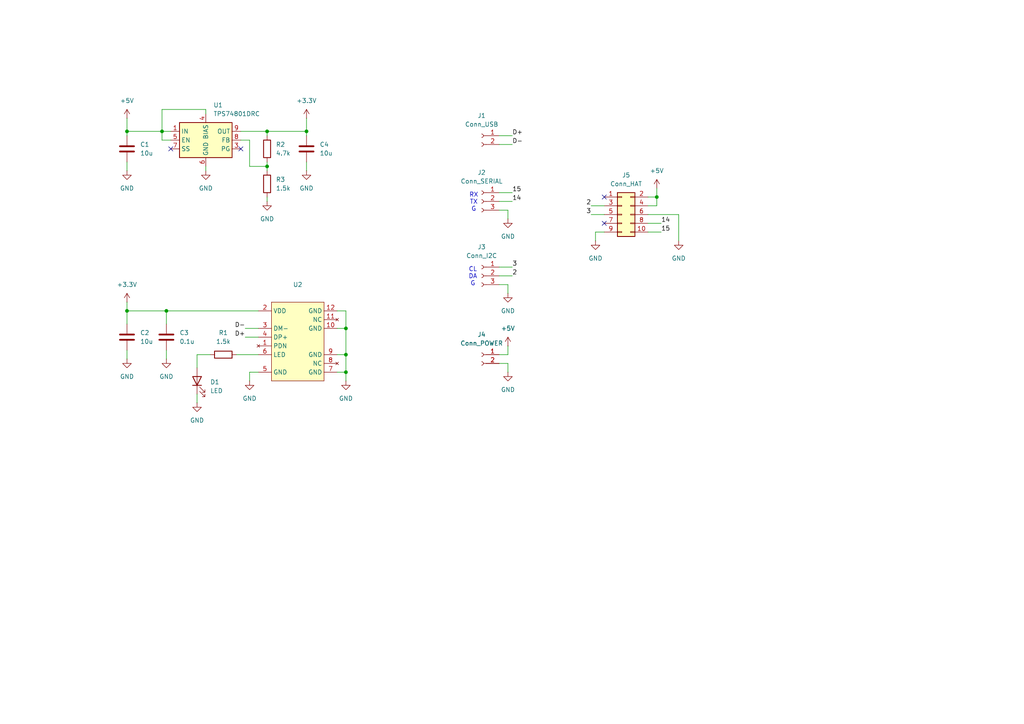
<source format=kicad_sch>
(kicad_sch
	(version 20231120)
	(generator "eeschema")
	(generator_version "8.0")
	(uuid "c3012ff8-3042-4415-90a6-a4826cedab38")
	(paper "A4")
	(lib_symbols
		(symbol "Connector:Conn_01x02_Socket"
			(pin_names
				(offset 1.016) hide)
			(exclude_from_sim no)
			(in_bom yes)
			(on_board yes)
			(property "Reference" "J"
				(at 0 2.54 0)
				(effects
					(font
						(size 1.27 1.27)
					)
				)
			)
			(property "Value" "Conn_01x02_Socket"
				(at 0 -5.08 0)
				(effects
					(font
						(size 1.27 1.27)
					)
				)
			)
			(property "Footprint" ""
				(at 0 0 0)
				(effects
					(font
						(size 1.27 1.27)
					)
					(hide yes)
				)
			)
			(property "Datasheet" "~"
				(at 0 0 0)
				(effects
					(font
						(size 1.27 1.27)
					)
					(hide yes)
				)
			)
			(property "Description" "Generic connector, single row, 01x02, script generated"
				(at 0 0 0)
				(effects
					(font
						(size 1.27 1.27)
					)
					(hide yes)
				)
			)
			(property "ki_locked" ""
				(at 0 0 0)
				(effects
					(font
						(size 1.27 1.27)
					)
				)
			)
			(property "ki_keywords" "connector"
				(at 0 0 0)
				(effects
					(font
						(size 1.27 1.27)
					)
					(hide yes)
				)
			)
			(property "ki_fp_filters" "Connector*:*_1x??_*"
				(at 0 0 0)
				(effects
					(font
						(size 1.27 1.27)
					)
					(hide yes)
				)
			)
			(symbol "Conn_01x02_Socket_1_1"
				(arc
					(start 0 -2.032)
					(mid -0.5058 -2.54)
					(end 0 -3.048)
					(stroke
						(width 0.1524)
						(type default)
					)
					(fill
						(type none)
					)
				)
				(polyline
					(pts
						(xy -1.27 -2.54) (xy -0.508 -2.54)
					)
					(stroke
						(width 0.1524)
						(type default)
					)
					(fill
						(type none)
					)
				)
				(polyline
					(pts
						(xy -1.27 0) (xy -0.508 0)
					)
					(stroke
						(width 0.1524)
						(type default)
					)
					(fill
						(type none)
					)
				)
				(arc
					(start 0 0.508)
					(mid -0.5058 0)
					(end 0 -0.508)
					(stroke
						(width 0.1524)
						(type default)
					)
					(fill
						(type none)
					)
				)
				(pin passive line
					(at -5.08 0 0)
					(length 3.81)
					(name "Pin_1"
						(effects
							(font
								(size 1.27 1.27)
							)
						)
					)
					(number "1"
						(effects
							(font
								(size 1.27 1.27)
							)
						)
					)
				)
				(pin passive line
					(at -5.08 -2.54 0)
					(length 3.81)
					(name "Pin_2"
						(effects
							(font
								(size 1.27 1.27)
							)
						)
					)
					(number "2"
						(effects
							(font
								(size 1.27 1.27)
							)
						)
					)
				)
			)
		)
		(symbol "Connector:Conn_01x03_Socket"
			(pin_names
				(offset 1.016) hide)
			(exclude_from_sim no)
			(in_bom yes)
			(on_board yes)
			(property "Reference" "J"
				(at 0 5.08 0)
				(effects
					(font
						(size 1.27 1.27)
					)
				)
			)
			(property "Value" "Conn_01x03_Socket"
				(at 0 -5.08 0)
				(effects
					(font
						(size 1.27 1.27)
					)
				)
			)
			(property "Footprint" ""
				(at 0 0 0)
				(effects
					(font
						(size 1.27 1.27)
					)
					(hide yes)
				)
			)
			(property "Datasheet" "~"
				(at 0 0 0)
				(effects
					(font
						(size 1.27 1.27)
					)
					(hide yes)
				)
			)
			(property "Description" "Generic connector, single row, 01x03, script generated"
				(at 0 0 0)
				(effects
					(font
						(size 1.27 1.27)
					)
					(hide yes)
				)
			)
			(property "ki_locked" ""
				(at 0 0 0)
				(effects
					(font
						(size 1.27 1.27)
					)
				)
			)
			(property "ki_keywords" "connector"
				(at 0 0 0)
				(effects
					(font
						(size 1.27 1.27)
					)
					(hide yes)
				)
			)
			(property "ki_fp_filters" "Connector*:*_1x??_*"
				(at 0 0 0)
				(effects
					(font
						(size 1.27 1.27)
					)
					(hide yes)
				)
			)
			(symbol "Conn_01x03_Socket_1_1"
				(arc
					(start 0 -2.032)
					(mid -0.5058 -2.54)
					(end 0 -3.048)
					(stroke
						(width 0.1524)
						(type default)
					)
					(fill
						(type none)
					)
				)
				(polyline
					(pts
						(xy -1.27 -2.54) (xy -0.508 -2.54)
					)
					(stroke
						(width 0.1524)
						(type default)
					)
					(fill
						(type none)
					)
				)
				(polyline
					(pts
						(xy -1.27 0) (xy -0.508 0)
					)
					(stroke
						(width 0.1524)
						(type default)
					)
					(fill
						(type none)
					)
				)
				(polyline
					(pts
						(xy -1.27 2.54) (xy -0.508 2.54)
					)
					(stroke
						(width 0.1524)
						(type default)
					)
					(fill
						(type none)
					)
				)
				(arc
					(start 0 0.508)
					(mid -0.5058 0)
					(end 0 -0.508)
					(stroke
						(width 0.1524)
						(type default)
					)
					(fill
						(type none)
					)
				)
				(arc
					(start 0 3.048)
					(mid -0.5058 2.54)
					(end 0 2.032)
					(stroke
						(width 0.1524)
						(type default)
					)
					(fill
						(type none)
					)
				)
				(pin passive line
					(at -5.08 2.54 0)
					(length 3.81)
					(name "Pin_1"
						(effects
							(font
								(size 1.27 1.27)
							)
						)
					)
					(number "1"
						(effects
							(font
								(size 1.27 1.27)
							)
						)
					)
				)
				(pin passive line
					(at -5.08 0 0)
					(length 3.81)
					(name "Pin_2"
						(effects
							(font
								(size 1.27 1.27)
							)
						)
					)
					(number "2"
						(effects
							(font
								(size 1.27 1.27)
							)
						)
					)
				)
				(pin passive line
					(at -5.08 -2.54 0)
					(length 3.81)
					(name "Pin_3"
						(effects
							(font
								(size 1.27 1.27)
							)
						)
					)
					(number "3"
						(effects
							(font
								(size 1.27 1.27)
							)
						)
					)
				)
			)
		)
		(symbol "Connector_Generic:Conn_02x05_Odd_Even"
			(pin_names
				(offset 1.016) hide)
			(exclude_from_sim no)
			(in_bom yes)
			(on_board yes)
			(property "Reference" "J"
				(at 1.27 7.62 0)
				(effects
					(font
						(size 1.27 1.27)
					)
				)
			)
			(property "Value" "Conn_02x05_Odd_Even"
				(at 1.27 -7.62 0)
				(effects
					(font
						(size 1.27 1.27)
					)
				)
			)
			(property "Footprint" ""
				(at 0 0 0)
				(effects
					(font
						(size 1.27 1.27)
					)
					(hide yes)
				)
			)
			(property "Datasheet" "~"
				(at 0 0 0)
				(effects
					(font
						(size 1.27 1.27)
					)
					(hide yes)
				)
			)
			(property "Description" "Generic connector, double row, 02x05, odd/even pin numbering scheme (row 1 odd numbers, row 2 even numbers), script generated (kicad-library-utils/schlib/autogen/connector/)"
				(at 0 0 0)
				(effects
					(font
						(size 1.27 1.27)
					)
					(hide yes)
				)
			)
			(property "ki_keywords" "connector"
				(at 0 0 0)
				(effects
					(font
						(size 1.27 1.27)
					)
					(hide yes)
				)
			)
			(property "ki_fp_filters" "Connector*:*_2x??_*"
				(at 0 0 0)
				(effects
					(font
						(size 1.27 1.27)
					)
					(hide yes)
				)
			)
			(symbol "Conn_02x05_Odd_Even_1_1"
				(rectangle
					(start -1.27 -4.953)
					(end 0 -5.207)
					(stroke
						(width 0.1524)
						(type default)
					)
					(fill
						(type none)
					)
				)
				(rectangle
					(start -1.27 -2.413)
					(end 0 -2.667)
					(stroke
						(width 0.1524)
						(type default)
					)
					(fill
						(type none)
					)
				)
				(rectangle
					(start -1.27 0.127)
					(end 0 -0.127)
					(stroke
						(width 0.1524)
						(type default)
					)
					(fill
						(type none)
					)
				)
				(rectangle
					(start -1.27 2.667)
					(end 0 2.413)
					(stroke
						(width 0.1524)
						(type default)
					)
					(fill
						(type none)
					)
				)
				(rectangle
					(start -1.27 5.207)
					(end 0 4.953)
					(stroke
						(width 0.1524)
						(type default)
					)
					(fill
						(type none)
					)
				)
				(rectangle
					(start -1.27 6.35)
					(end 3.81 -6.35)
					(stroke
						(width 0.254)
						(type default)
					)
					(fill
						(type background)
					)
				)
				(rectangle
					(start 3.81 -4.953)
					(end 2.54 -5.207)
					(stroke
						(width 0.1524)
						(type default)
					)
					(fill
						(type none)
					)
				)
				(rectangle
					(start 3.81 -2.413)
					(end 2.54 -2.667)
					(stroke
						(width 0.1524)
						(type default)
					)
					(fill
						(type none)
					)
				)
				(rectangle
					(start 3.81 0.127)
					(end 2.54 -0.127)
					(stroke
						(width 0.1524)
						(type default)
					)
					(fill
						(type none)
					)
				)
				(rectangle
					(start 3.81 2.667)
					(end 2.54 2.413)
					(stroke
						(width 0.1524)
						(type default)
					)
					(fill
						(type none)
					)
				)
				(rectangle
					(start 3.81 5.207)
					(end 2.54 4.953)
					(stroke
						(width 0.1524)
						(type default)
					)
					(fill
						(type none)
					)
				)
				(pin passive line
					(at -5.08 5.08 0)
					(length 3.81)
					(name "Pin_1"
						(effects
							(font
								(size 1.27 1.27)
							)
						)
					)
					(number "1"
						(effects
							(font
								(size 1.27 1.27)
							)
						)
					)
				)
				(pin passive line
					(at 7.62 -5.08 180)
					(length 3.81)
					(name "Pin_10"
						(effects
							(font
								(size 1.27 1.27)
							)
						)
					)
					(number "10"
						(effects
							(font
								(size 1.27 1.27)
							)
						)
					)
				)
				(pin passive line
					(at 7.62 5.08 180)
					(length 3.81)
					(name "Pin_2"
						(effects
							(font
								(size 1.27 1.27)
							)
						)
					)
					(number "2"
						(effects
							(font
								(size 1.27 1.27)
							)
						)
					)
				)
				(pin passive line
					(at -5.08 2.54 0)
					(length 3.81)
					(name "Pin_3"
						(effects
							(font
								(size 1.27 1.27)
							)
						)
					)
					(number "3"
						(effects
							(font
								(size 1.27 1.27)
							)
						)
					)
				)
				(pin passive line
					(at 7.62 2.54 180)
					(length 3.81)
					(name "Pin_4"
						(effects
							(font
								(size 1.27 1.27)
							)
						)
					)
					(number "4"
						(effects
							(font
								(size 1.27 1.27)
							)
						)
					)
				)
				(pin passive line
					(at -5.08 0 0)
					(length 3.81)
					(name "Pin_5"
						(effects
							(font
								(size 1.27 1.27)
							)
						)
					)
					(number "5"
						(effects
							(font
								(size 1.27 1.27)
							)
						)
					)
				)
				(pin passive line
					(at 7.62 0 180)
					(length 3.81)
					(name "Pin_6"
						(effects
							(font
								(size 1.27 1.27)
							)
						)
					)
					(number "6"
						(effects
							(font
								(size 1.27 1.27)
							)
						)
					)
				)
				(pin passive line
					(at -5.08 -2.54 0)
					(length 3.81)
					(name "Pin_7"
						(effects
							(font
								(size 1.27 1.27)
							)
						)
					)
					(number "7"
						(effects
							(font
								(size 1.27 1.27)
							)
						)
					)
				)
				(pin passive line
					(at 7.62 -2.54 180)
					(length 3.81)
					(name "Pin_8"
						(effects
							(font
								(size 1.27 1.27)
							)
						)
					)
					(number "8"
						(effects
							(font
								(size 1.27 1.27)
							)
						)
					)
				)
				(pin passive line
					(at -5.08 -5.08 0)
					(length 3.81)
					(name "Pin_9"
						(effects
							(font
								(size 1.27 1.27)
							)
						)
					)
					(number "9"
						(effects
							(font
								(size 1.27 1.27)
							)
						)
					)
				)
			)
		)
		(symbol "Device:C"
			(pin_numbers hide)
			(pin_names
				(offset 0.254)
			)
			(exclude_from_sim no)
			(in_bom yes)
			(on_board yes)
			(property "Reference" "C"
				(at 0.635 2.54 0)
				(effects
					(font
						(size 1.27 1.27)
					)
					(justify left)
				)
			)
			(property "Value" "C"
				(at 0.635 -2.54 0)
				(effects
					(font
						(size 1.27 1.27)
					)
					(justify left)
				)
			)
			(property "Footprint" ""
				(at 0.9652 -3.81 0)
				(effects
					(font
						(size 1.27 1.27)
					)
					(hide yes)
				)
			)
			(property "Datasheet" "~"
				(at 0 0 0)
				(effects
					(font
						(size 1.27 1.27)
					)
					(hide yes)
				)
			)
			(property "Description" "Unpolarized capacitor"
				(at 0 0 0)
				(effects
					(font
						(size 1.27 1.27)
					)
					(hide yes)
				)
			)
			(property "ki_keywords" "cap capacitor"
				(at 0 0 0)
				(effects
					(font
						(size 1.27 1.27)
					)
					(hide yes)
				)
			)
			(property "ki_fp_filters" "C_*"
				(at 0 0 0)
				(effects
					(font
						(size 1.27 1.27)
					)
					(hide yes)
				)
			)
			(symbol "C_0_1"
				(polyline
					(pts
						(xy -2.032 -0.762) (xy 2.032 -0.762)
					)
					(stroke
						(width 0.508)
						(type default)
					)
					(fill
						(type none)
					)
				)
				(polyline
					(pts
						(xy -2.032 0.762) (xy 2.032 0.762)
					)
					(stroke
						(width 0.508)
						(type default)
					)
					(fill
						(type none)
					)
				)
			)
			(symbol "C_1_1"
				(pin passive line
					(at 0 3.81 270)
					(length 2.794)
					(name "~"
						(effects
							(font
								(size 1.27 1.27)
							)
						)
					)
					(number "1"
						(effects
							(font
								(size 1.27 1.27)
							)
						)
					)
				)
				(pin passive line
					(at 0 -3.81 90)
					(length 2.794)
					(name "~"
						(effects
							(font
								(size 1.27 1.27)
							)
						)
					)
					(number "2"
						(effects
							(font
								(size 1.27 1.27)
							)
						)
					)
				)
			)
		)
		(symbol "Device:LED"
			(pin_numbers hide)
			(pin_names
				(offset 1.016) hide)
			(exclude_from_sim no)
			(in_bom yes)
			(on_board yes)
			(property "Reference" "D"
				(at 0 2.54 0)
				(effects
					(font
						(size 1.27 1.27)
					)
				)
			)
			(property "Value" "LED"
				(at 0 -2.54 0)
				(effects
					(font
						(size 1.27 1.27)
					)
				)
			)
			(property "Footprint" ""
				(at 0 0 0)
				(effects
					(font
						(size 1.27 1.27)
					)
					(hide yes)
				)
			)
			(property "Datasheet" "~"
				(at 0 0 0)
				(effects
					(font
						(size 1.27 1.27)
					)
					(hide yes)
				)
			)
			(property "Description" "Light emitting diode"
				(at 0 0 0)
				(effects
					(font
						(size 1.27 1.27)
					)
					(hide yes)
				)
			)
			(property "ki_keywords" "LED diode"
				(at 0 0 0)
				(effects
					(font
						(size 1.27 1.27)
					)
					(hide yes)
				)
			)
			(property "ki_fp_filters" "LED* LED_SMD:* LED_THT:*"
				(at 0 0 0)
				(effects
					(font
						(size 1.27 1.27)
					)
					(hide yes)
				)
			)
			(symbol "LED_0_1"
				(polyline
					(pts
						(xy -1.27 -1.27) (xy -1.27 1.27)
					)
					(stroke
						(width 0.254)
						(type default)
					)
					(fill
						(type none)
					)
				)
				(polyline
					(pts
						(xy -1.27 0) (xy 1.27 0)
					)
					(stroke
						(width 0)
						(type default)
					)
					(fill
						(type none)
					)
				)
				(polyline
					(pts
						(xy 1.27 -1.27) (xy 1.27 1.27) (xy -1.27 0) (xy 1.27 -1.27)
					)
					(stroke
						(width 0.254)
						(type default)
					)
					(fill
						(type none)
					)
				)
				(polyline
					(pts
						(xy -3.048 -0.762) (xy -4.572 -2.286) (xy -3.81 -2.286) (xy -4.572 -2.286) (xy -4.572 -1.524)
					)
					(stroke
						(width 0)
						(type default)
					)
					(fill
						(type none)
					)
				)
				(polyline
					(pts
						(xy -1.778 -0.762) (xy -3.302 -2.286) (xy -2.54 -2.286) (xy -3.302 -2.286) (xy -3.302 -1.524)
					)
					(stroke
						(width 0)
						(type default)
					)
					(fill
						(type none)
					)
				)
			)
			(symbol "LED_1_1"
				(pin passive line
					(at -3.81 0 0)
					(length 2.54)
					(name "K"
						(effects
							(font
								(size 1.27 1.27)
							)
						)
					)
					(number "1"
						(effects
							(font
								(size 1.27 1.27)
							)
						)
					)
				)
				(pin passive line
					(at 3.81 0 180)
					(length 2.54)
					(name "A"
						(effects
							(font
								(size 1.27 1.27)
							)
						)
					)
					(number "2"
						(effects
							(font
								(size 1.27 1.27)
							)
						)
					)
				)
			)
		)
		(symbol "Device:R"
			(pin_numbers hide)
			(pin_names
				(offset 0)
			)
			(exclude_from_sim no)
			(in_bom yes)
			(on_board yes)
			(property "Reference" "R"
				(at 2.032 0 90)
				(effects
					(font
						(size 1.27 1.27)
					)
				)
			)
			(property "Value" "R"
				(at 0 0 90)
				(effects
					(font
						(size 1.27 1.27)
					)
				)
			)
			(property "Footprint" ""
				(at -1.778 0 90)
				(effects
					(font
						(size 1.27 1.27)
					)
					(hide yes)
				)
			)
			(property "Datasheet" "~"
				(at 0 0 0)
				(effects
					(font
						(size 1.27 1.27)
					)
					(hide yes)
				)
			)
			(property "Description" "Resistor"
				(at 0 0 0)
				(effects
					(font
						(size 1.27 1.27)
					)
					(hide yes)
				)
			)
			(property "ki_keywords" "R res resistor"
				(at 0 0 0)
				(effects
					(font
						(size 1.27 1.27)
					)
					(hide yes)
				)
			)
			(property "ki_fp_filters" "R_*"
				(at 0 0 0)
				(effects
					(font
						(size 1.27 1.27)
					)
					(hide yes)
				)
			)
			(symbol "R_0_1"
				(rectangle
					(start -1.016 -2.54)
					(end 1.016 2.54)
					(stroke
						(width 0.254)
						(type default)
					)
					(fill
						(type none)
					)
				)
			)
			(symbol "R_1_1"
				(pin passive line
					(at 0 3.81 270)
					(length 1.27)
					(name "~"
						(effects
							(font
								(size 1.27 1.27)
							)
						)
					)
					(number "1"
						(effects
							(font
								(size 1.27 1.27)
							)
						)
					)
				)
				(pin passive line
					(at 0 -3.81 90)
					(length 1.27)
					(name "~"
						(effects
							(font
								(size 1.27 1.27)
							)
						)
					)
					(number "2"
						(effects
							(font
								(size 1.27 1.27)
							)
						)
					)
				)
			)
		)
		(symbol "PiPilotHatLib:PL-R8812AF1"
			(exclude_from_sim no)
			(in_bom yes)
			(on_board yes)
			(property "Reference" "U"
				(at 0 9.398 0)
				(effects
					(font
						(size 1.27 1.27)
					)
				)
			)
			(property "Value" "PL-R8812AF1"
				(at 0 7.366 0)
				(effects
					(font
						(size 1.27 1.27)
					)
				)
			)
			(property "Footprint" ""
				(at 0 7.366 0)
				(effects
					(font
						(size 1.27 1.27)
					)
					(hide yes)
				)
			)
			(property "Datasheet" ""
				(at 0 7.366 0)
				(effects
					(font
						(size 1.27 1.27)
					)
					(hide yes)
				)
			)
			(property "Description" ""
				(at 0 7.366 0)
				(effects
					(font
						(size 1.27 1.27)
					)
					(hide yes)
				)
			)
			(symbol "PL-R8812AF1_1_1"
				(rectangle
					(start -7.62 5.08)
					(end 7.62 -17.78)
					(stroke
						(width 0)
						(type default)
					)
					(fill
						(type background)
					)
				)
				(pin no_connect line
					(at -11.43 -7.62 0)
					(length 3.81)
					(name "PDN"
						(effects
							(font
								(size 1.27 1.27)
							)
						)
					)
					(number "1"
						(effects
							(font
								(size 1.27 1.27)
							)
						)
					)
				)
				(pin passive line
					(at 11.43 -2.54 180)
					(length 3.81)
					(name "GND"
						(effects
							(font
								(size 1.27 1.27)
							)
						)
					)
					(number "10"
						(effects
							(font
								(size 1.27 1.27)
							)
						)
					)
				)
				(pin no_connect line
					(at 11.43 0 180)
					(length 3.81)
					(name "NC"
						(effects
							(font
								(size 1.27 1.27)
							)
						)
					)
					(number "11"
						(effects
							(font
								(size 1.27 1.27)
							)
						)
					)
				)
				(pin passive line
					(at 11.43 2.54 180)
					(length 3.81)
					(name "GND"
						(effects
							(font
								(size 1.27 1.27)
							)
						)
					)
					(number "12"
						(effects
							(font
								(size 1.27 1.27)
							)
						)
					)
				)
				(pin passive line
					(at -11.43 2.54 0)
					(length 3.81)
					(name "VDD"
						(effects
							(font
								(size 1.27 1.27)
							)
						)
					)
					(number "2"
						(effects
							(font
								(size 1.27 1.27)
							)
						)
					)
				)
				(pin passive line
					(at -11.43 -2.54 0)
					(length 3.81)
					(name "DM-"
						(effects
							(font
								(size 1.27 1.27)
							)
						)
					)
					(number "3"
						(effects
							(font
								(size 1.27 1.27)
							)
						)
					)
				)
				(pin passive line
					(at -11.43 -5.08 0)
					(length 3.81)
					(name "DP+"
						(effects
							(font
								(size 1.27 1.27)
							)
						)
					)
					(number "4"
						(effects
							(font
								(size 1.27 1.27)
							)
						)
					)
				)
				(pin passive line
					(at -11.43 -15.24 0)
					(length 3.81)
					(name "GND"
						(effects
							(font
								(size 1.27 1.27)
							)
						)
					)
					(number "5"
						(effects
							(font
								(size 1.27 1.27)
							)
						)
					)
				)
				(pin passive line
					(at -11.43 -10.16 0)
					(length 3.81)
					(name "LED"
						(effects
							(font
								(size 1.27 1.27)
							)
						)
					)
					(number "6"
						(effects
							(font
								(size 1.27 1.27)
							)
						)
					)
				)
				(pin passive line
					(at 11.43 -15.24 180)
					(length 3.81)
					(name "GND"
						(effects
							(font
								(size 1.27 1.27)
							)
						)
					)
					(number "7"
						(effects
							(font
								(size 1.27 1.27)
							)
						)
					)
				)
				(pin no_connect line
					(at 11.43 -12.7 180)
					(length 3.81)
					(name "NC"
						(effects
							(font
								(size 1.27 1.27)
							)
						)
					)
					(number "8"
						(effects
							(font
								(size 1.27 1.27)
							)
						)
					)
				)
				(pin passive line
					(at 11.43 -10.16 180)
					(length 3.81)
					(name "GND"
						(effects
							(font
								(size 1.27 1.27)
							)
						)
					)
					(number "9"
						(effects
							(font
								(size 1.27 1.27)
							)
						)
					)
				)
			)
		)
		(symbol "Regulator_Linear:TPS74801DRC"
			(exclude_from_sim no)
			(in_bom yes)
			(on_board yes)
			(property "Reference" "U"
				(at 6.35 8.89 0)
				(effects
					(font
						(size 1.27 1.27)
					)
				)
			)
			(property "Value" "TPS74801DRC"
				(at 7.62 6.35 0)
				(effects
					(font
						(size 1.27 1.27)
					)
				)
			)
			(property "Footprint" "Package_SON:VSON-10-1EP_3x3mm_P0.5mm_EP1.65x2.4mm_ThermalVias"
				(at 0 10.16 0)
				(effects
					(font
						(size 1.27 1.27)
					)
					(hide yes)
				)
			)
			(property "Datasheet" "https://www.ti.com/lit/ds/symlink/tps74801.pdf"
				(at 0 12.7 0)
				(effects
					(font
						(size 1.27 1.27)
					)
					(hide yes)
				)
			)
			(property "Description" "Texas Instruments 1.5A, Low-Dropout Linear Regulator With Programmable Soft-Start, 0.8-5.5Vin, 2.7-6.0Vbias, 0.8-3.6Vout"
				(at 0 0 0)
				(effects
					(font
						(size 1.27 1.27)
					)
					(hide yes)
				)
			)
			(property "ki_keywords" "regulator LDO positive adjustable"
				(at 0 0 0)
				(effects
					(font
						(size 1.27 1.27)
					)
					(hide yes)
				)
			)
			(property "ki_fp_filters" "VSON*EP*3x3mm*P0.5mm*"
				(at 0 0 0)
				(effects
					(font
						(size 1.27 1.27)
					)
					(hide yes)
				)
			)
			(symbol "TPS74801DRC_0_1"
				(rectangle
					(start -7.62 5.08)
					(end 7.62 -5.08)
					(stroke
						(width 0.254)
						(type default)
					)
					(fill
						(type background)
					)
				)
			)
			(symbol "TPS74801DRC_1_1"
				(pin power_in line
					(at -10.16 2.54 0)
					(length 2.54)
					(name "IN"
						(effects
							(font
								(size 1.27 1.27)
							)
						)
					)
					(number "1"
						(effects
							(font
								(size 1.27 1.27)
							)
						)
					)
				)
				(pin passive line
					(at 10.16 2.54 180)
					(length 2.54) hide
					(name "OUT"
						(effects
							(font
								(size 1.27 1.27)
							)
						)
					)
					(number "10"
						(effects
							(font
								(size 1.27 1.27)
							)
						)
					)
				)
				(pin passive line
					(at 0 -7.62 90)
					(length 2.54) hide
					(name "GND"
						(effects
							(font
								(size 1.27 1.27)
							)
						)
					)
					(number "11"
						(effects
							(font
								(size 1.27 1.27)
							)
						)
					)
				)
				(pin passive line
					(at -10.16 2.54 0)
					(length 2.54) hide
					(name "IN"
						(effects
							(font
								(size 1.27 1.27)
							)
						)
					)
					(number "2"
						(effects
							(font
								(size 1.27 1.27)
							)
						)
					)
				)
				(pin open_collector line
					(at 10.16 -2.54 180)
					(length 2.54)
					(name "PG"
						(effects
							(font
								(size 1.27 1.27)
							)
						)
					)
					(number "3"
						(effects
							(font
								(size 1.27 1.27)
							)
						)
					)
				)
				(pin power_in line
					(at 0 7.62 270)
					(length 2.54)
					(name "BIAS"
						(effects
							(font
								(size 1.27 1.27)
							)
						)
					)
					(number "4"
						(effects
							(font
								(size 1.27 1.27)
							)
						)
					)
				)
				(pin input line
					(at -10.16 0 0)
					(length 2.54)
					(name "EN"
						(effects
							(font
								(size 1.27 1.27)
							)
						)
					)
					(number "5"
						(effects
							(font
								(size 1.27 1.27)
							)
						)
					)
				)
				(pin power_in line
					(at 0 -7.62 90)
					(length 2.54)
					(name "GND"
						(effects
							(font
								(size 1.27 1.27)
							)
						)
					)
					(number "6"
						(effects
							(font
								(size 1.27 1.27)
							)
						)
					)
				)
				(pin passive line
					(at -10.16 -2.54 0)
					(length 2.54)
					(name "SS"
						(effects
							(font
								(size 1.27 1.27)
							)
						)
					)
					(number "7"
						(effects
							(font
								(size 1.27 1.27)
							)
						)
					)
				)
				(pin input line
					(at 10.16 0 180)
					(length 2.54)
					(name "FB"
						(effects
							(font
								(size 1.27 1.27)
							)
						)
					)
					(number "8"
						(effects
							(font
								(size 1.27 1.27)
							)
						)
					)
				)
				(pin power_out line
					(at 10.16 2.54 180)
					(length 2.54)
					(name "OUT"
						(effects
							(font
								(size 1.27 1.27)
							)
						)
					)
					(number "9"
						(effects
							(font
								(size 1.27 1.27)
							)
						)
					)
				)
			)
		)
		(symbol "power:+3.3V"
			(power)
			(pin_numbers hide)
			(pin_names
				(offset 0) hide)
			(exclude_from_sim no)
			(in_bom yes)
			(on_board yes)
			(property "Reference" "#PWR"
				(at 0 -3.81 0)
				(effects
					(font
						(size 1.27 1.27)
					)
					(hide yes)
				)
			)
			(property "Value" "+3.3V"
				(at 0 3.556 0)
				(effects
					(font
						(size 1.27 1.27)
					)
				)
			)
			(property "Footprint" ""
				(at 0 0 0)
				(effects
					(font
						(size 1.27 1.27)
					)
					(hide yes)
				)
			)
			(property "Datasheet" ""
				(at 0 0 0)
				(effects
					(font
						(size 1.27 1.27)
					)
					(hide yes)
				)
			)
			(property "Description" "Power symbol creates a global label with name \"+3.3V\""
				(at 0 0 0)
				(effects
					(font
						(size 1.27 1.27)
					)
					(hide yes)
				)
			)
			(property "ki_keywords" "global power"
				(at 0 0 0)
				(effects
					(font
						(size 1.27 1.27)
					)
					(hide yes)
				)
			)
			(symbol "+3.3V_0_1"
				(polyline
					(pts
						(xy -0.762 1.27) (xy 0 2.54)
					)
					(stroke
						(width 0)
						(type default)
					)
					(fill
						(type none)
					)
				)
				(polyline
					(pts
						(xy 0 0) (xy 0 2.54)
					)
					(stroke
						(width 0)
						(type default)
					)
					(fill
						(type none)
					)
				)
				(polyline
					(pts
						(xy 0 2.54) (xy 0.762 1.27)
					)
					(stroke
						(width 0)
						(type default)
					)
					(fill
						(type none)
					)
				)
			)
			(symbol "+3.3V_1_1"
				(pin power_in line
					(at 0 0 90)
					(length 0)
					(name "~"
						(effects
							(font
								(size 1.27 1.27)
							)
						)
					)
					(number "1"
						(effects
							(font
								(size 1.27 1.27)
							)
						)
					)
				)
			)
		)
		(symbol "power:+5V"
			(power)
			(pin_numbers hide)
			(pin_names
				(offset 0) hide)
			(exclude_from_sim no)
			(in_bom yes)
			(on_board yes)
			(property "Reference" "#PWR"
				(at 0 -3.81 0)
				(effects
					(font
						(size 1.27 1.27)
					)
					(hide yes)
				)
			)
			(property "Value" "+5V"
				(at 0 3.556 0)
				(effects
					(font
						(size 1.27 1.27)
					)
				)
			)
			(property "Footprint" ""
				(at 0 0 0)
				(effects
					(font
						(size 1.27 1.27)
					)
					(hide yes)
				)
			)
			(property "Datasheet" ""
				(at 0 0 0)
				(effects
					(font
						(size 1.27 1.27)
					)
					(hide yes)
				)
			)
			(property "Description" "Power symbol creates a global label with name \"+5V\""
				(at 0 0 0)
				(effects
					(font
						(size 1.27 1.27)
					)
					(hide yes)
				)
			)
			(property "ki_keywords" "global power"
				(at 0 0 0)
				(effects
					(font
						(size 1.27 1.27)
					)
					(hide yes)
				)
			)
			(symbol "+5V_0_1"
				(polyline
					(pts
						(xy -0.762 1.27) (xy 0 2.54)
					)
					(stroke
						(width 0)
						(type default)
					)
					(fill
						(type none)
					)
				)
				(polyline
					(pts
						(xy 0 0) (xy 0 2.54)
					)
					(stroke
						(width 0)
						(type default)
					)
					(fill
						(type none)
					)
				)
				(polyline
					(pts
						(xy 0 2.54) (xy 0.762 1.27)
					)
					(stroke
						(width 0)
						(type default)
					)
					(fill
						(type none)
					)
				)
			)
			(symbol "+5V_1_1"
				(pin power_in line
					(at 0 0 90)
					(length 0)
					(name "~"
						(effects
							(font
								(size 1.27 1.27)
							)
						)
					)
					(number "1"
						(effects
							(font
								(size 1.27 1.27)
							)
						)
					)
				)
			)
		)
		(symbol "power:GND"
			(power)
			(pin_numbers hide)
			(pin_names
				(offset 0) hide)
			(exclude_from_sim no)
			(in_bom yes)
			(on_board yes)
			(property "Reference" "#PWR"
				(at 0 -6.35 0)
				(effects
					(font
						(size 1.27 1.27)
					)
					(hide yes)
				)
			)
			(property "Value" "GND"
				(at 0 -3.81 0)
				(effects
					(font
						(size 1.27 1.27)
					)
				)
			)
			(property "Footprint" ""
				(at 0 0 0)
				(effects
					(font
						(size 1.27 1.27)
					)
					(hide yes)
				)
			)
			(property "Datasheet" ""
				(at 0 0 0)
				(effects
					(font
						(size 1.27 1.27)
					)
					(hide yes)
				)
			)
			(property "Description" "Power symbol creates a global label with name \"GND\" , ground"
				(at 0 0 0)
				(effects
					(font
						(size 1.27 1.27)
					)
					(hide yes)
				)
			)
			(property "ki_keywords" "global power"
				(at 0 0 0)
				(effects
					(font
						(size 1.27 1.27)
					)
					(hide yes)
				)
			)
			(symbol "GND_0_1"
				(polyline
					(pts
						(xy 0 0) (xy 0 -1.27) (xy 1.27 -1.27) (xy 0 -2.54) (xy -1.27 -1.27) (xy 0 -1.27)
					)
					(stroke
						(width 0)
						(type default)
					)
					(fill
						(type none)
					)
				)
			)
			(symbol "GND_1_1"
				(pin power_in line
					(at 0 0 270)
					(length 0)
					(name "~"
						(effects
							(font
								(size 1.27 1.27)
							)
						)
					)
					(number "1"
						(effects
							(font
								(size 1.27 1.27)
							)
						)
					)
				)
			)
		)
	)
	(junction
		(at 100.33 102.87)
		(diameter 0)
		(color 0 0 0 0)
		(uuid "25fe79b9-3fe9-40dc-b427-6c39a864f18b")
	)
	(junction
		(at 36.83 38.1)
		(diameter 0)
		(color 0 0 0 0)
		(uuid "3667f5e4-16d7-4330-b379-f7fb9c632c09")
	)
	(junction
		(at 100.33 107.95)
		(diameter 0)
		(color 0 0 0 0)
		(uuid "4ae21602-55bc-46b9-ab93-d9b114cb318c")
	)
	(junction
		(at 190.5 57.15)
		(diameter 0)
		(color 0 0 0 0)
		(uuid "5c810c7a-597f-49b3-8519-f3bc8f706d6b")
	)
	(junction
		(at 88.9 38.1)
		(diameter 0)
		(color 0 0 0 0)
		(uuid "621e8b71-556f-4255-a525-a2c13553133b")
	)
	(junction
		(at 36.83 90.17)
		(diameter 0)
		(color 0 0 0 0)
		(uuid "6670d2c3-8562-455a-84a1-3f7817c77b01")
	)
	(junction
		(at 77.47 48.26)
		(diameter 0)
		(color 0 0 0 0)
		(uuid "8db7c3f2-80a5-469f-be96-39cdf5e7ac02")
	)
	(junction
		(at 48.26 90.17)
		(diameter 0)
		(color 0 0 0 0)
		(uuid "8e38d1ad-aed8-41bb-8fff-d7ccf394ddba")
	)
	(junction
		(at 46.99 38.1)
		(diameter 0)
		(color 0 0 0 0)
		(uuid "a7150ea7-59b5-4642-a9bd-22c35c5f657e")
	)
	(junction
		(at 77.47 38.1)
		(diameter 0)
		(color 0 0 0 0)
		(uuid "fb0300ea-b12d-41c2-afae-c02f983aa428")
	)
	(junction
		(at 100.33 95.25)
		(diameter 0)
		(color 0 0 0 0)
		(uuid "fc0051b0-fcbc-4983-b6e5-ca7ccc4a1d21")
	)
	(no_connect
		(at 49.53 43.18)
		(uuid "14d82945-f038-4380-8f11-a5189cc2d011")
	)
	(no_connect
		(at 69.85 43.18)
		(uuid "6fb3372b-8b58-4d93-bcde-0bd21a5e3a7d")
	)
	(no_connect
		(at 175.26 57.15)
		(uuid "baa7d825-073c-46b9-a373-543842860241")
	)
	(no_connect
		(at 175.26 64.77)
		(uuid "e60bd115-fa4c-405b-969d-7b2987e5fe2d")
	)
	(wire
		(pts
			(xy 147.32 63.5) (xy 147.32 60.96)
		)
		(stroke
			(width 0)
			(type default)
		)
		(uuid "051b8eec-8bcc-4425-a686-4ede5b25ae01")
	)
	(wire
		(pts
			(xy 171.45 59.69) (xy 175.26 59.69)
		)
		(stroke
			(width 0)
			(type default)
		)
		(uuid "053e1efd-3469-4ce7-81c8-11e3b16aee71")
	)
	(wire
		(pts
			(xy 144.78 41.91) (xy 148.59 41.91)
		)
		(stroke
			(width 0)
			(type default)
		)
		(uuid "058b4293-7fa2-4be0-91b0-99d79726f69c")
	)
	(wire
		(pts
			(xy 74.93 95.25) (xy 71.12 95.25)
		)
		(stroke
			(width 0)
			(type default)
		)
		(uuid "0aee7b7a-debf-4ab9-9af1-f1099bb044e9")
	)
	(wire
		(pts
			(xy 100.33 107.95) (xy 100.33 110.49)
		)
		(stroke
			(width 0)
			(type default)
		)
		(uuid "1a96c9df-3fdd-46da-839e-eafffac94c5c")
	)
	(wire
		(pts
			(xy 147.32 107.95) (xy 147.32 105.41)
		)
		(stroke
			(width 0)
			(type default)
		)
		(uuid "1ce5adca-d490-4994-a585-5c8a7457d0aa")
	)
	(wire
		(pts
			(xy 77.47 38.1) (xy 88.9 38.1)
		)
		(stroke
			(width 0)
			(type default)
		)
		(uuid "255a9046-edff-41cc-a576-3ebde6dab872")
	)
	(wire
		(pts
			(xy 77.47 46.99) (xy 77.47 48.26)
		)
		(stroke
			(width 0)
			(type default)
		)
		(uuid "28965272-be2e-4d1b-aabe-80dcb82c8e7a")
	)
	(wire
		(pts
			(xy 100.33 90.17) (xy 100.33 95.25)
		)
		(stroke
			(width 0)
			(type default)
		)
		(uuid "368ae78c-291d-44ce-97ff-53b2864374fd")
	)
	(wire
		(pts
			(xy 57.15 102.87) (xy 60.96 102.87)
		)
		(stroke
			(width 0)
			(type default)
		)
		(uuid "397ff652-f99a-4edf-96ed-5ede0dcbb761")
	)
	(wire
		(pts
			(xy 46.99 40.64) (xy 46.99 38.1)
		)
		(stroke
			(width 0)
			(type default)
		)
		(uuid "3a547b2b-d095-467a-bfc5-7377cb1a1bcf")
	)
	(wire
		(pts
			(xy 187.96 67.31) (xy 191.77 67.31)
		)
		(stroke
			(width 0)
			(type default)
		)
		(uuid "3e25b8e1-9dae-421e-b2f0-dfbcd2b7bce7")
	)
	(wire
		(pts
			(xy 172.72 67.31) (xy 175.26 67.31)
		)
		(stroke
			(width 0)
			(type default)
		)
		(uuid "3f3d50d2-1b14-4eb2-bcbc-4c2904d79f73")
	)
	(wire
		(pts
			(xy 36.83 34.29) (xy 36.83 38.1)
		)
		(stroke
			(width 0)
			(type default)
		)
		(uuid "440628eb-2e79-4ed8-8610-bc883c1dc063")
	)
	(wire
		(pts
			(xy 72.39 107.95) (xy 72.39 110.49)
		)
		(stroke
			(width 0)
			(type default)
		)
		(uuid "4f61f37c-5de0-43d4-99b7-add8e6702532")
	)
	(wire
		(pts
			(xy 36.83 49.53) (xy 36.83 46.99)
		)
		(stroke
			(width 0)
			(type default)
		)
		(uuid "4fc96428-53d2-490a-911e-8605186618b8")
	)
	(wire
		(pts
			(xy 68.58 102.87) (xy 74.93 102.87)
		)
		(stroke
			(width 0)
			(type default)
		)
		(uuid "509cc7fd-9922-4509-ad91-1f9fab0996aa")
	)
	(wire
		(pts
			(xy 88.9 34.29) (xy 88.9 38.1)
		)
		(stroke
			(width 0)
			(type default)
		)
		(uuid "527da5a9-5745-4dc5-a41b-69d54455ca0e")
	)
	(wire
		(pts
			(xy 48.26 90.17) (xy 74.93 90.17)
		)
		(stroke
			(width 0)
			(type default)
		)
		(uuid "52834833-da58-465f-8bb8-89fae6fc6fb0")
	)
	(wire
		(pts
			(xy 144.78 39.37) (xy 148.59 39.37)
		)
		(stroke
			(width 0)
			(type default)
		)
		(uuid "53b1ce13-6f81-40be-b5ed-3e6ad326dc3a")
	)
	(wire
		(pts
			(xy 36.83 38.1) (xy 36.83 39.37)
		)
		(stroke
			(width 0)
			(type default)
		)
		(uuid "550fcd9d-ecd9-4f80-893c-194e0fc7c6f6")
	)
	(wire
		(pts
			(xy 48.26 90.17) (xy 48.26 93.98)
		)
		(stroke
			(width 0)
			(type default)
		)
		(uuid "5926839d-9210-4e4b-a0fa-b001a776fd6f")
	)
	(wire
		(pts
			(xy 148.59 80.01) (xy 144.78 80.01)
		)
		(stroke
			(width 0)
			(type default)
		)
		(uuid "5a4f0e85-b3c7-4891-8c3e-ce4bb8decc30")
	)
	(wire
		(pts
			(xy 72.39 48.26) (xy 77.47 48.26)
		)
		(stroke
			(width 0)
			(type default)
		)
		(uuid "5ef9e199-156b-4efb-ac6e-851421d0d029")
	)
	(wire
		(pts
			(xy 49.53 40.64) (xy 46.99 40.64)
		)
		(stroke
			(width 0)
			(type default)
		)
		(uuid "61a0f2a2-af24-4fae-a7f5-49affad6647f")
	)
	(wire
		(pts
			(xy 77.47 58.42) (xy 77.47 57.15)
		)
		(stroke
			(width 0)
			(type default)
		)
		(uuid "62f47a21-52d7-4506-aa89-9ad14383d083")
	)
	(wire
		(pts
			(xy 147.32 82.55) (xy 144.78 82.55)
		)
		(stroke
			(width 0)
			(type default)
		)
		(uuid "64bec439-e1e7-43de-b802-44816dc46caa")
	)
	(wire
		(pts
			(xy 190.5 57.15) (xy 187.96 57.15)
		)
		(stroke
			(width 0)
			(type default)
		)
		(uuid "654af666-6461-48c8-887f-e2484c3c2782")
	)
	(wire
		(pts
			(xy 69.85 40.64) (xy 72.39 40.64)
		)
		(stroke
			(width 0)
			(type default)
		)
		(uuid "6775e999-bb71-4ded-8246-1864dcea202d")
	)
	(wire
		(pts
			(xy 97.79 90.17) (xy 100.33 90.17)
		)
		(stroke
			(width 0)
			(type default)
		)
		(uuid "6c059725-1e9d-43bd-a101-06e4b83a29a4")
	)
	(wire
		(pts
			(xy 57.15 106.68) (xy 57.15 102.87)
		)
		(stroke
			(width 0)
			(type default)
		)
		(uuid "711b0127-3db1-4e03-a944-249fbe764a18")
	)
	(wire
		(pts
			(xy 144.78 55.88) (xy 148.59 55.88)
		)
		(stroke
			(width 0)
			(type default)
		)
		(uuid "71322903-4dce-4b87-8382-2c72815967b1")
	)
	(wire
		(pts
			(xy 88.9 49.53) (xy 88.9 46.99)
		)
		(stroke
			(width 0)
			(type default)
		)
		(uuid "715a13e5-7007-40d5-8ecb-afa2240ad784")
	)
	(wire
		(pts
			(xy 144.78 58.42) (xy 148.59 58.42)
		)
		(stroke
			(width 0)
			(type default)
		)
		(uuid "715c824e-5b01-47e9-bf75-ce6ca4dabf5e")
	)
	(wire
		(pts
			(xy 36.83 90.17) (xy 48.26 90.17)
		)
		(stroke
			(width 0)
			(type default)
		)
		(uuid "72ecbd1f-9249-4153-b153-ce7823417620")
	)
	(wire
		(pts
			(xy 77.47 38.1) (xy 77.47 39.37)
		)
		(stroke
			(width 0)
			(type default)
		)
		(uuid "75f3617d-7fcc-4d84-97aa-225be6fff401")
	)
	(wire
		(pts
			(xy 69.85 38.1) (xy 77.47 38.1)
		)
		(stroke
			(width 0)
			(type default)
		)
		(uuid "7789d372-a28b-487d-a60a-8df2e1f6f70d")
	)
	(wire
		(pts
			(xy 59.69 49.53) (xy 59.69 48.26)
		)
		(stroke
			(width 0)
			(type default)
		)
		(uuid "7985b192-67e6-4e78-8766-a7ba5367e95b")
	)
	(wire
		(pts
			(xy 196.85 62.23) (xy 196.85 69.85)
		)
		(stroke
			(width 0)
			(type default)
		)
		(uuid "79d87da5-83da-4f2a-9590-eb74fefd204a")
	)
	(wire
		(pts
			(xy 74.93 97.79) (xy 71.12 97.79)
		)
		(stroke
			(width 0)
			(type default)
		)
		(uuid "81a0e8d4-424b-44bf-a0e9-22c17e8930d6")
	)
	(wire
		(pts
			(xy 36.83 90.17) (xy 36.83 93.98)
		)
		(stroke
			(width 0)
			(type default)
		)
		(uuid "8693924d-b9e4-4408-9feb-d4b6720b1318")
	)
	(wire
		(pts
			(xy 190.5 59.69) (xy 190.5 57.15)
		)
		(stroke
			(width 0)
			(type default)
		)
		(uuid "86cfa24e-d540-48d2-acaf-716e1fcb80f8")
	)
	(wire
		(pts
			(xy 147.32 100.33) (xy 147.32 102.87)
		)
		(stroke
			(width 0)
			(type default)
		)
		(uuid "88f8bc96-79f3-4dc9-99e0-6c6057332e7f")
	)
	(wire
		(pts
			(xy 36.83 38.1) (xy 46.99 38.1)
		)
		(stroke
			(width 0)
			(type default)
		)
		(uuid "8958fb14-74d0-4053-b750-5560991c5285")
	)
	(wire
		(pts
			(xy 36.83 104.14) (xy 36.83 101.6)
		)
		(stroke
			(width 0)
			(type default)
		)
		(uuid "8d4bd8f6-61b9-4f08-b28a-a7cfb3e692e1")
	)
	(wire
		(pts
			(xy 59.69 33.02) (xy 59.69 31.75)
		)
		(stroke
			(width 0)
			(type default)
		)
		(uuid "98bfae2c-bb75-491a-bbc9-88b3dc50f6eb")
	)
	(wire
		(pts
			(xy 172.72 69.85) (xy 172.72 67.31)
		)
		(stroke
			(width 0)
			(type default)
		)
		(uuid "9fae4ddf-7787-4a8e-9f01-a2ef1797f12a")
	)
	(wire
		(pts
			(xy 187.96 64.77) (xy 191.77 64.77)
		)
		(stroke
			(width 0)
			(type default)
		)
		(uuid "ab7d8e50-6139-4bd2-986c-dcc6a7f8cbb8")
	)
	(wire
		(pts
			(xy 72.39 107.95) (xy 74.93 107.95)
		)
		(stroke
			(width 0)
			(type default)
		)
		(uuid "ac06d81a-9ff3-45c3-954c-4ec4f71b1f12")
	)
	(wire
		(pts
			(xy 36.83 87.63) (xy 36.83 90.17)
		)
		(stroke
			(width 0)
			(type default)
		)
		(uuid "ad701a2b-dc6d-4aba-98fb-b72fa9c32187")
	)
	(wire
		(pts
			(xy 97.79 107.95) (xy 100.33 107.95)
		)
		(stroke
			(width 0)
			(type default)
		)
		(uuid "b48987b1-aa0a-460e-a2d4-2bebfea49a03")
	)
	(wire
		(pts
			(xy 100.33 102.87) (xy 100.33 107.95)
		)
		(stroke
			(width 0)
			(type default)
		)
		(uuid "b7995906-3c4c-4915-b877-21adf83f3f97")
	)
	(wire
		(pts
			(xy 48.26 104.14) (xy 48.26 101.6)
		)
		(stroke
			(width 0)
			(type default)
		)
		(uuid "b8398581-bb9b-4e3f-9663-7d232a972f3b")
	)
	(wire
		(pts
			(xy 144.78 102.87) (xy 147.32 102.87)
		)
		(stroke
			(width 0)
			(type default)
		)
		(uuid "b885a1c6-8246-44e4-b927-464cec87ccb7")
	)
	(wire
		(pts
			(xy 97.79 102.87) (xy 100.33 102.87)
		)
		(stroke
			(width 0)
			(type default)
		)
		(uuid "b9ddf94e-ee07-4774-a199-d633e2d76f91")
	)
	(wire
		(pts
			(xy 100.33 95.25) (xy 100.33 102.87)
		)
		(stroke
			(width 0)
			(type default)
		)
		(uuid "c57d4894-5818-4b4b-b80a-6430cd74f955")
	)
	(wire
		(pts
			(xy 196.85 62.23) (xy 187.96 62.23)
		)
		(stroke
			(width 0)
			(type default)
		)
		(uuid "d5a82137-e44d-43d5-a409-f3e3ce9423e4")
	)
	(wire
		(pts
			(xy 187.96 59.69) (xy 190.5 59.69)
		)
		(stroke
			(width 0)
			(type default)
		)
		(uuid "d64cb91d-c3b4-416b-8d4d-4134d81aa908")
	)
	(wire
		(pts
			(xy 147.32 60.96) (xy 144.78 60.96)
		)
		(stroke
			(width 0)
			(type default)
		)
		(uuid "d7b8e2d6-a620-471c-a257-dbad232180c1")
	)
	(wire
		(pts
			(xy 57.15 114.3) (xy 57.15 116.84)
		)
		(stroke
			(width 0)
			(type default)
		)
		(uuid "de0bfeaa-c6bd-4bfe-b376-01343263800d")
	)
	(wire
		(pts
			(xy 190.5 54.61) (xy 190.5 57.15)
		)
		(stroke
			(width 0)
			(type default)
		)
		(uuid "df677a4d-085f-41ac-8486-1e34ad764fc3")
	)
	(wire
		(pts
			(xy 46.99 38.1) (xy 49.53 38.1)
		)
		(stroke
			(width 0)
			(type default)
		)
		(uuid "e2c0b241-89cb-4f9f-bf27-699ee94006bb")
	)
	(wire
		(pts
			(xy 46.99 31.75) (xy 46.99 38.1)
		)
		(stroke
			(width 0)
			(type default)
		)
		(uuid "e2e68b17-fe46-43e9-9d6b-efff9cb26b5e")
	)
	(wire
		(pts
			(xy 148.59 77.47) (xy 144.78 77.47)
		)
		(stroke
			(width 0)
			(type default)
		)
		(uuid "e6083a5c-c7f0-47f8-8f51-f428c8ad9e62")
	)
	(wire
		(pts
			(xy 72.39 40.64) (xy 72.39 48.26)
		)
		(stroke
			(width 0)
			(type default)
		)
		(uuid "e62f6990-0d5b-4dfd-8e66-ecaee147d175")
	)
	(wire
		(pts
			(xy 77.47 48.26) (xy 77.47 49.53)
		)
		(stroke
			(width 0)
			(type default)
		)
		(uuid "e6c6577d-d045-4837-9c12-ca01b86febc4")
	)
	(wire
		(pts
			(xy 147.32 105.41) (xy 144.78 105.41)
		)
		(stroke
			(width 0)
			(type default)
		)
		(uuid "f09124d8-ab11-4bea-bd11-29a15d56e6e5")
	)
	(wire
		(pts
			(xy 97.79 95.25) (xy 100.33 95.25)
		)
		(stroke
			(width 0)
			(type default)
		)
		(uuid "f6ded533-9f01-4608-9daf-7c081bcd9e8e")
	)
	(wire
		(pts
			(xy 171.45 62.23) (xy 175.26 62.23)
		)
		(stroke
			(width 0)
			(type default)
		)
		(uuid "f82c090f-88e7-4601-a550-f8ba03cf69d8")
	)
	(wire
		(pts
			(xy 88.9 38.1) (xy 88.9 39.37)
		)
		(stroke
			(width 0)
			(type default)
		)
		(uuid "f924ba9f-86bb-41c6-87b2-a9e9a0ad8139")
	)
	(wire
		(pts
			(xy 147.32 85.09) (xy 147.32 82.55)
		)
		(stroke
			(width 0)
			(type default)
		)
		(uuid "facf6d05-db2b-4924-a820-589b03c0b11f")
	)
	(wire
		(pts
			(xy 59.69 31.75) (xy 46.99 31.75)
		)
		(stroke
			(width 0)
			(type default)
		)
		(uuid "faeaa67f-9c57-401e-9db9-7c9f865d94b2")
	)
	(text "RX\nTX\nG"
		(exclude_from_sim no)
		(at 137.414 58.674 0)
		(effects
			(font
				(size 1.27 1.27)
			)
		)
		(uuid "31e358bc-4a56-45a1-83a2-4ebde3bfd8e1")
	)
	(text "CL\nDA\nG"
		(exclude_from_sim no)
		(at 137.16 80.264 0)
		(effects
			(font
				(size 1.27 1.27)
			)
		)
		(uuid "db5f17c8-aade-48cd-a76d-f9d0b6e90c62")
	)
	(label "2"
		(at 148.59 80.01 0)
		(fields_autoplaced yes)
		(effects
			(font
				(size 1.27 1.27)
			)
			(justify left bottom)
		)
		(uuid "027e5fd0-4610-4c18-90f4-293029c1c98b")
	)
	(label "D-"
		(at 71.12 95.25 180)
		(fields_autoplaced yes)
		(effects
			(font
				(size 1.27 1.27)
			)
			(justify right bottom)
		)
		(uuid "2f05cde1-8195-4a78-a849-ca22b378c335")
	)
	(label "3"
		(at 148.59 77.47 0)
		(fields_autoplaced yes)
		(effects
			(font
				(size 1.27 1.27)
			)
			(justify left bottom)
		)
		(uuid "4e0260f6-b919-4a1b-9eb3-e5be90f4bfec")
	)
	(label "15"
		(at 191.77 67.31 0)
		(fields_autoplaced yes)
		(effects
			(font
				(size 1.27 1.27)
			)
			(justify left bottom)
		)
		(uuid "5ce825f9-5746-46f9-8048-0996c34df3e0")
	)
	(label "3"
		(at 171.45 62.23 180)
		(fields_autoplaced yes)
		(effects
			(font
				(size 1.27 1.27)
			)
			(justify right bottom)
		)
		(uuid "616caaef-4a65-415b-8373-dad51aa6dc27")
	)
	(label "D+"
		(at 148.59 39.37 0)
		(fields_autoplaced yes)
		(effects
			(font
				(size 1.27 1.27)
			)
			(justify left bottom)
		)
		(uuid "8f73a3fd-8e8d-4dd7-a3fb-53f616cb4f89")
	)
	(label "D-"
		(at 148.59 41.91 0)
		(fields_autoplaced yes)
		(effects
			(font
				(size 1.27 1.27)
			)
			(justify left bottom)
		)
		(uuid "a44136ed-4c9e-4a93-84ff-8284fffcf7f5")
	)
	(label "15"
		(at 148.59 55.88 0)
		(fields_autoplaced yes)
		(effects
			(font
				(size 1.27 1.27)
			)
			(justify left bottom)
		)
		(uuid "a6704203-6f24-4bd5-ab2d-0f21b7d8af0a")
	)
	(label "D+"
		(at 71.12 97.79 180)
		(fields_autoplaced yes)
		(effects
			(font
				(size 1.27 1.27)
			)
			(justify right bottom)
		)
		(uuid "b3a6c51b-d337-4791-bc25-8446e06de263")
	)
	(label "14"
		(at 191.77 64.77 0)
		(fields_autoplaced yes)
		(effects
			(font
				(size 1.27 1.27)
			)
			(justify left bottom)
		)
		(uuid "e5d2cab5-dcbc-457b-8d9b-ad9f3db6d3b7")
	)
	(label "2"
		(at 171.45 59.69 180)
		(fields_autoplaced yes)
		(effects
			(font
				(size 1.27 1.27)
			)
			(justify right bottom)
		)
		(uuid "fe111697-2015-4951-98bd-f62f5d1a8c0e")
	)
	(label "14"
		(at 148.59 58.42 0)
		(fields_autoplaced yes)
		(effects
			(font
				(size 1.27 1.27)
			)
			(justify left bottom)
		)
		(uuid "fe78c69b-cbb8-4004-9aca-2c0f3a79689d")
	)
	(symbol
		(lib_id "PiPilotHatLib:PL-R8812AF1")
		(at 86.36 92.71 0)
		(unit 1)
		(exclude_from_sim no)
		(in_bom yes)
		(on_board yes)
		(dnp no)
		(fields_autoplaced yes)
		(uuid "1c4754a0-cb3c-4372-9ef3-353c8deb4fdf")
		(property "Reference" "U2"
			(at 86.36 82.55 0)
			(effects
				(font
					(size 1.27 1.27)
				)
			)
		)
		(property "Value" "PL-R8812AF1"
			(at 86.36 85.09 0)
			(effects
				(font
					(size 1.27 1.27)
				)
				(hide yes)
			)
		)
		(property "Footprint" "PiPilotHat:BL-R8812AF1"
			(at 86.36 85.344 0)
			(effects
				(font
					(size 1.27 1.27)
				)
				(hide yes)
			)
		)
		(property "Datasheet" ""
			(at 86.36 85.344 0)
			(effects
				(font
					(size 1.27 1.27)
				)
				(hide yes)
			)
		)
		(property "Description" ""
			(at 86.36 85.344 0)
			(effects
				(font
					(size 1.27 1.27)
				)
				(hide yes)
			)
		)
		(pin "3"
			(uuid "4bbb3bb6-3a68-431f-bc00-292f5d6601f3")
		)
		(pin "8"
			(uuid "74a66726-0352-4c1c-aaf6-c30a22f85b1f")
		)
		(pin "11"
			(uuid "947390ab-457b-4863-93a3-5d0a6ef42528")
		)
		(pin "7"
			(uuid "d77d9e5b-3b35-436a-989d-329e0e9b8707")
		)
		(pin "1"
			(uuid "5f5765a8-1c14-4b6d-8913-e6ab735d7dbb")
		)
		(pin "2"
			(uuid "882e834f-9069-4980-94b5-5c75e94c73c1")
		)
		(pin "12"
			(uuid "47b34ab5-17e6-464c-9155-183d7803cdc5")
		)
		(pin "10"
			(uuid "0a6a827e-be5d-4186-90d6-1faff20d2764")
		)
		(pin "6"
			(uuid "73cd358b-0f72-4697-b047-449019eaf7f2")
		)
		(pin "4"
			(uuid "561126c9-a9d3-4110-8608-f33c66c57c66")
		)
		(pin "5"
			(uuid "ebbcd254-8d7f-45af-845d-c4d6782ed42b")
		)
		(pin "9"
			(uuid "e01044ab-b28c-4c03-82e0-c6bec099b2a2")
		)
		(instances
			(project ""
				(path "/c3012ff8-3042-4415-90a6-a4826cedab38"
					(reference "U2")
					(unit 1)
				)
			)
		)
	)
	(symbol
		(lib_id "Device:C")
		(at 36.83 97.79 0)
		(unit 1)
		(exclude_from_sim no)
		(in_bom yes)
		(on_board yes)
		(dnp no)
		(fields_autoplaced yes)
		(uuid "24d536c4-6740-4ebd-85f8-2b6fffb246a1")
		(property "Reference" "C2"
			(at 40.64 96.5199 0)
			(effects
				(font
					(size 1.27 1.27)
				)
				(justify left)
			)
		)
		(property "Value" "10u"
			(at 40.64 99.0599 0)
			(effects
				(font
					(size 1.27 1.27)
				)
				(justify left)
			)
		)
		(property "Footprint" "Capacitor_SMD:C_0805_2012Metric"
			(at 37.7952 101.6 0)
			(effects
				(font
					(size 1.27 1.27)
				)
				(hide yes)
			)
		)
		(property "Datasheet" "~"
			(at 36.83 97.79 0)
			(effects
				(font
					(size 1.27 1.27)
				)
				(hide yes)
			)
		)
		(property "Description" "Unpolarized capacitor"
			(at 36.83 97.79 0)
			(effects
				(font
					(size 1.27 1.27)
				)
				(hide yes)
			)
		)
		(pin "1"
			(uuid "cb7819a2-ba0d-43a8-b248-cae3fcc4dc8c")
		)
		(pin "2"
			(uuid "070199ca-2928-4b96-a652-811a372c05cf")
		)
		(instances
			(project "PiPilotHat"
				(path "/c3012ff8-3042-4415-90a6-a4826cedab38"
					(reference "C2")
					(unit 1)
				)
			)
		)
	)
	(symbol
		(lib_id "power:GND")
		(at 147.32 107.95 0)
		(mirror y)
		(unit 1)
		(exclude_from_sim no)
		(in_bom yes)
		(on_board yes)
		(dnp no)
		(uuid "25f4f134-330f-42cc-9b11-7065345dc647")
		(property "Reference" "#PWR014"
			(at 147.32 114.3 0)
			(effects
				(font
					(size 1.27 1.27)
				)
				(hide yes)
			)
		)
		(property "Value" "GND"
			(at 147.32 113.03 0)
			(effects
				(font
					(size 1.27 1.27)
				)
			)
		)
		(property "Footprint" ""
			(at 147.32 107.95 0)
			(effects
				(font
					(size 1.27 1.27)
				)
				(hide yes)
			)
		)
		(property "Datasheet" ""
			(at 147.32 107.95 0)
			(effects
				(font
					(size 1.27 1.27)
				)
				(hide yes)
			)
		)
		(property "Description" "Power symbol creates a global label with name \"GND\" , ground"
			(at 147.32 107.95 0)
			(effects
				(font
					(size 1.27 1.27)
				)
				(hide yes)
			)
		)
		(pin "1"
			(uuid "9c6be381-39c0-429e-b178-dc5d015e68a8")
		)
		(instances
			(project "PiPilotHat"
				(path "/c3012ff8-3042-4415-90a6-a4826cedab38"
					(reference "#PWR014")
					(unit 1)
				)
			)
		)
	)
	(symbol
		(lib_id "power:GND")
		(at 59.69 49.53 0)
		(unit 1)
		(exclude_from_sim no)
		(in_bom yes)
		(on_board yes)
		(dnp no)
		(fields_autoplaced yes)
		(uuid "28e65302-2114-466b-a093-9bb1a0e3a1ee")
		(property "Reference" "#PWR07"
			(at 59.69 55.88 0)
			(effects
				(font
					(size 1.27 1.27)
				)
				(hide yes)
			)
		)
		(property "Value" "GND"
			(at 59.69 54.61 0)
			(effects
				(font
					(size 1.27 1.27)
				)
			)
		)
		(property "Footprint" ""
			(at 59.69 49.53 0)
			(effects
				(font
					(size 1.27 1.27)
				)
				(hide yes)
			)
		)
		(property "Datasheet" ""
			(at 59.69 49.53 0)
			(effects
				(font
					(size 1.27 1.27)
				)
				(hide yes)
			)
		)
		(property "Description" "Power symbol creates a global label with name \"GND\" , ground"
			(at 59.69 49.53 0)
			(effects
				(font
					(size 1.27 1.27)
				)
				(hide yes)
			)
		)
		(pin "1"
			(uuid "3cb05125-f4c7-4067-aa54-6ad0940fd002")
		)
		(instances
			(project ""
				(path "/c3012ff8-3042-4415-90a6-a4826cedab38"
					(reference "#PWR07")
					(unit 1)
				)
			)
		)
	)
	(symbol
		(lib_id "power:+5V")
		(at 147.32 100.33 0)
		(unit 1)
		(exclude_from_sim no)
		(in_bom yes)
		(on_board yes)
		(dnp no)
		(fields_autoplaced yes)
		(uuid "381577b6-514f-44a5-8f91-fa8cd5ca87e9")
		(property "Reference" "#PWR013"
			(at 147.32 104.14 0)
			(effects
				(font
					(size 1.27 1.27)
				)
				(hide yes)
			)
		)
		(property "Value" "+5V"
			(at 147.32 95.25 0)
			(effects
				(font
					(size 1.27 1.27)
				)
			)
		)
		(property "Footprint" ""
			(at 147.32 100.33 0)
			(effects
				(font
					(size 1.27 1.27)
				)
				(hide yes)
			)
		)
		(property "Datasheet" ""
			(at 147.32 100.33 0)
			(effects
				(font
					(size 1.27 1.27)
				)
				(hide yes)
			)
		)
		(property "Description" "Power symbol creates a global label with name \"+5V\""
			(at 147.32 100.33 0)
			(effects
				(font
					(size 1.27 1.27)
				)
				(hide yes)
			)
		)
		(pin "1"
			(uuid "8b2704f2-4196-4792-a169-d62dd70051cd")
		)
		(instances
			(project "PiPilotHat"
				(path "/c3012ff8-3042-4415-90a6-a4826cedab38"
					(reference "#PWR013")
					(unit 1)
				)
			)
		)
	)
	(symbol
		(lib_id "power:GND")
		(at 77.47 58.42 0)
		(unit 1)
		(exclude_from_sim no)
		(in_bom yes)
		(on_board yes)
		(dnp no)
		(fields_autoplaced yes)
		(uuid "3b7af152-412e-4b66-9ced-56f626ad3c34")
		(property "Reference" "#PWR09"
			(at 77.47 64.77 0)
			(effects
				(font
					(size 1.27 1.27)
				)
				(hide yes)
			)
		)
		(property "Value" "GND"
			(at 77.47 63.5 0)
			(effects
				(font
					(size 1.27 1.27)
				)
			)
		)
		(property "Footprint" ""
			(at 77.47 58.42 0)
			(effects
				(font
					(size 1.27 1.27)
				)
				(hide yes)
			)
		)
		(property "Datasheet" ""
			(at 77.47 58.42 0)
			(effects
				(font
					(size 1.27 1.27)
				)
				(hide yes)
			)
		)
		(property "Description" "Power symbol creates a global label with name \"GND\" , ground"
			(at 77.47 58.42 0)
			(effects
				(font
					(size 1.27 1.27)
				)
				(hide yes)
			)
		)
		(pin "1"
			(uuid "65cbce03-7842-4531-93a9-5152d6372f3b")
		)
		(instances
			(project "PiPilotHat"
				(path "/c3012ff8-3042-4415-90a6-a4826cedab38"
					(reference "#PWR09")
					(unit 1)
				)
			)
		)
	)
	(symbol
		(lib_id "power:GND")
		(at 48.26 104.14 0)
		(unit 1)
		(exclude_from_sim no)
		(in_bom yes)
		(on_board yes)
		(dnp no)
		(fields_autoplaced yes)
		(uuid "3c5c649c-b28a-41f8-8fc3-5b4b2b5876bf")
		(property "Reference" "#PWR05"
			(at 48.26 110.49 0)
			(effects
				(font
					(size 1.27 1.27)
				)
				(hide yes)
			)
		)
		(property "Value" "GND"
			(at 48.26 109.22 0)
			(effects
				(font
					(size 1.27 1.27)
				)
			)
		)
		(property "Footprint" ""
			(at 48.26 104.14 0)
			(effects
				(font
					(size 1.27 1.27)
				)
				(hide yes)
			)
		)
		(property "Datasheet" ""
			(at 48.26 104.14 0)
			(effects
				(font
					(size 1.27 1.27)
				)
				(hide yes)
			)
		)
		(property "Description" "Power symbol creates a global label with name \"GND\" , ground"
			(at 48.26 104.14 0)
			(effects
				(font
					(size 1.27 1.27)
				)
				(hide yes)
			)
		)
		(pin "1"
			(uuid "f9c835c7-181c-4308-809a-7d7c22a583ec")
		)
		(instances
			(project "PiPilotHat"
				(path "/c3012ff8-3042-4415-90a6-a4826cedab38"
					(reference "#PWR05")
					(unit 1)
				)
			)
		)
	)
	(symbol
		(lib_id "Device:C")
		(at 88.9 43.18 0)
		(unit 1)
		(exclude_from_sim no)
		(in_bom yes)
		(on_board yes)
		(dnp no)
		(fields_autoplaced yes)
		(uuid "45812b4a-392d-4347-a49d-51efa9a7d66e")
		(property "Reference" "C4"
			(at 92.71 41.9099 0)
			(effects
				(font
					(size 1.27 1.27)
				)
				(justify left)
			)
		)
		(property "Value" "10u"
			(at 92.71 44.4499 0)
			(effects
				(font
					(size 1.27 1.27)
				)
				(justify left)
			)
		)
		(property "Footprint" "Capacitor_SMD:C_0805_2012Metric"
			(at 89.8652 46.99 0)
			(effects
				(font
					(size 1.27 1.27)
				)
				(hide yes)
			)
		)
		(property "Datasheet" "~"
			(at 88.9 43.18 0)
			(effects
				(font
					(size 1.27 1.27)
				)
				(hide yes)
			)
		)
		(property "Description" "Unpolarized capacitor"
			(at 88.9 43.18 0)
			(effects
				(font
					(size 1.27 1.27)
				)
				(hide yes)
			)
		)
		(pin "1"
			(uuid "99ac8df7-6f04-48ed-b2b9-b9002c2280d9")
		)
		(pin "2"
			(uuid "6d71d5cd-4267-4e4a-b82a-36df0a424ac4")
		)
		(instances
			(project "PiPilotHat"
				(path "/c3012ff8-3042-4415-90a6-a4826cedab38"
					(reference "C4")
					(unit 1)
				)
			)
		)
	)
	(symbol
		(lib_id "Device:R")
		(at 77.47 53.34 0)
		(unit 1)
		(exclude_from_sim no)
		(in_bom yes)
		(on_board yes)
		(dnp no)
		(fields_autoplaced yes)
		(uuid "46aad709-dc3e-4dab-bf8d-7bf4436fac91")
		(property "Reference" "R3"
			(at 80.01 52.0699 0)
			(effects
				(font
					(size 1.27 1.27)
				)
				(justify left)
			)
		)
		(property "Value" "1.5k"
			(at 80.01 54.6099 0)
			(effects
				(font
					(size 1.27 1.27)
				)
				(justify left)
			)
		)
		(property "Footprint" "Resistor_SMD:R_0805_2012Metric"
			(at 75.692 53.34 90)
			(effects
				(font
					(size 1.27 1.27)
				)
				(hide yes)
			)
		)
		(property "Datasheet" "~"
			(at 77.47 53.34 0)
			(effects
				(font
					(size 1.27 1.27)
				)
				(hide yes)
			)
		)
		(property "Description" "Resistor"
			(at 77.47 53.34 0)
			(effects
				(font
					(size 1.27 1.27)
				)
				(hide yes)
			)
		)
		(pin "1"
			(uuid "c8a48db3-c1f6-4715-965b-eacc02d455c9")
		)
		(pin "2"
			(uuid "628e7ac4-fbb4-47cd-b966-cea51ade61b0")
		)
		(instances
			(project "PiPilotHat"
				(path "/c3012ff8-3042-4415-90a6-a4826cedab38"
					(reference "R3")
					(unit 1)
				)
			)
		)
	)
	(symbol
		(lib_id "Connector:Conn_01x02_Socket")
		(at 139.7 102.87 0)
		(mirror y)
		(unit 1)
		(exclude_from_sim no)
		(in_bom yes)
		(on_board yes)
		(dnp no)
		(uuid "4ddce10b-4bc6-40a6-a6da-ae768eecc66f")
		(property "Reference" "J4"
			(at 139.7 97.028 0)
			(effects
				(font
					(size 1.27 1.27)
				)
			)
		)
		(property "Value" "Conn_POWER"
			(at 139.7 99.568 0)
			(effects
				(font
					(size 1.27 1.27)
				)
			)
		)
		(property "Footprint" "PiPilotHat:JST_ZH_1x02_Simple"
			(at 139.7 102.87 0)
			(effects
				(font
					(size 1.27 1.27)
				)
				(hide yes)
			)
		)
		(property "Datasheet" "~"
			(at 139.7 102.87 0)
			(effects
				(font
					(size 1.27 1.27)
				)
				(hide yes)
			)
		)
		(property "Description" "Generic connector, single row, 01x02, script generated"
			(at 139.7 102.87 0)
			(effects
				(font
					(size 1.27 1.27)
				)
				(hide yes)
			)
		)
		(pin "1"
			(uuid "0d512d4b-7d95-4dee-84ff-04ac6c490b2a")
		)
		(pin "2"
			(uuid "9cd91577-0770-48ea-b4b9-c42d24a05f8f")
		)
		(instances
			(project "PiPilotHat"
				(path "/c3012ff8-3042-4415-90a6-a4826cedab38"
					(reference "J4")
					(unit 1)
				)
			)
		)
	)
	(symbol
		(lib_id "power:GND")
		(at 72.39 110.49 0)
		(unit 1)
		(exclude_from_sim no)
		(in_bom yes)
		(on_board yes)
		(dnp no)
		(fields_autoplaced yes)
		(uuid "4e58d525-3694-4ecd-9d15-1fc5cf3e52dc")
		(property "Reference" "#PWR08"
			(at 72.39 116.84 0)
			(effects
				(font
					(size 1.27 1.27)
				)
				(hide yes)
			)
		)
		(property "Value" "GND"
			(at 72.39 115.57 0)
			(effects
				(font
					(size 1.27 1.27)
				)
			)
		)
		(property "Footprint" ""
			(at 72.39 110.49 0)
			(effects
				(font
					(size 1.27 1.27)
				)
				(hide yes)
			)
		)
		(property "Datasheet" ""
			(at 72.39 110.49 0)
			(effects
				(font
					(size 1.27 1.27)
				)
				(hide yes)
			)
		)
		(property "Description" "Power symbol creates a global label with name \"GND\" , ground"
			(at 72.39 110.49 0)
			(effects
				(font
					(size 1.27 1.27)
				)
				(hide yes)
			)
		)
		(pin "1"
			(uuid "54a98c45-6305-46a8-8766-e01b559fea77")
		)
		(instances
			(project "PiPilotHat"
				(path "/c3012ff8-3042-4415-90a6-a4826cedab38"
					(reference "#PWR08")
					(unit 1)
				)
			)
		)
	)
	(symbol
		(lib_id "power:GND")
		(at 88.9 49.53 0)
		(unit 1)
		(exclude_from_sim no)
		(in_bom yes)
		(on_board yes)
		(dnp no)
		(fields_autoplaced yes)
		(uuid "5c3d357a-4d56-4de0-8c1b-1aaa08772037")
		(property "Reference" "#PWR011"
			(at 88.9 55.88 0)
			(effects
				(font
					(size 1.27 1.27)
				)
				(hide yes)
			)
		)
		(property "Value" "GND"
			(at 88.9 54.61 0)
			(effects
				(font
					(size 1.27 1.27)
				)
			)
		)
		(property "Footprint" ""
			(at 88.9 49.53 0)
			(effects
				(font
					(size 1.27 1.27)
				)
				(hide yes)
			)
		)
		(property "Datasheet" ""
			(at 88.9 49.53 0)
			(effects
				(font
					(size 1.27 1.27)
				)
				(hide yes)
			)
		)
		(property "Description" "Power symbol creates a global label with name \"GND\" , ground"
			(at 88.9 49.53 0)
			(effects
				(font
					(size 1.27 1.27)
				)
				(hide yes)
			)
		)
		(pin "1"
			(uuid "d99f0001-8a3b-47d0-81f4-264afc472c4c")
		)
		(instances
			(project "PiPilotHat"
				(path "/c3012ff8-3042-4415-90a6-a4826cedab38"
					(reference "#PWR011")
					(unit 1)
				)
			)
		)
	)
	(symbol
		(lib_id "Device:C")
		(at 48.26 97.79 0)
		(unit 1)
		(exclude_from_sim no)
		(in_bom yes)
		(on_board yes)
		(dnp no)
		(fields_autoplaced yes)
		(uuid "6855a102-b4ad-43e9-b83a-17aaaf924617")
		(property "Reference" "C3"
			(at 52.07 96.5199 0)
			(effects
				(font
					(size 1.27 1.27)
				)
				(justify left)
			)
		)
		(property "Value" "0.1u"
			(at 52.07 99.0599 0)
			(effects
				(font
					(size 1.27 1.27)
				)
				(justify left)
			)
		)
		(property "Footprint" "Capacitor_SMD:C_0805_2012Metric"
			(at 49.2252 101.6 0)
			(effects
				(font
					(size 1.27 1.27)
				)
				(hide yes)
			)
		)
		(property "Datasheet" "~"
			(at 48.26 97.79 0)
			(effects
				(font
					(size 1.27 1.27)
				)
				(hide yes)
			)
		)
		(property "Description" "Unpolarized capacitor"
			(at 48.26 97.79 0)
			(effects
				(font
					(size 1.27 1.27)
				)
				(hide yes)
			)
		)
		(pin "1"
			(uuid "b9ce3de4-0d8c-4c69-82ca-03555904cdef")
		)
		(pin "2"
			(uuid "a5126046-3b85-4c75-a9c1-d2fb809e537e")
		)
		(instances
			(project "PiPilotHat"
				(path "/c3012ff8-3042-4415-90a6-a4826cedab38"
					(reference "C3")
					(unit 1)
				)
			)
		)
	)
	(symbol
		(lib_id "Device:R")
		(at 77.47 43.18 0)
		(unit 1)
		(exclude_from_sim no)
		(in_bom yes)
		(on_board yes)
		(dnp no)
		(fields_autoplaced yes)
		(uuid "729d6271-a777-452a-9410-8a6813d594c0")
		(property "Reference" "R2"
			(at 80.01 41.9099 0)
			(effects
				(font
					(size 1.27 1.27)
				)
				(justify left)
			)
		)
		(property "Value" "4.7k"
			(at 80.01 44.4499 0)
			(effects
				(font
					(size 1.27 1.27)
				)
				(justify left)
			)
		)
		(property "Footprint" "Resistor_SMD:R_0805_2012Metric"
			(at 75.692 43.18 90)
			(effects
				(font
					(size 1.27 1.27)
				)
				(hide yes)
			)
		)
		(property "Datasheet" "~"
			(at 77.47 43.18 0)
			(effects
				(font
					(size 1.27 1.27)
				)
				(hide yes)
			)
		)
		(property "Description" "Resistor"
			(at 77.47 43.18 0)
			(effects
				(font
					(size 1.27 1.27)
				)
				(hide yes)
			)
		)
		(pin "1"
			(uuid "fcfdb91b-3224-4d5a-87a9-3170410cef7c")
		)
		(pin "2"
			(uuid "0da87780-4736-4cae-b0cc-267cb59e5df7")
		)
		(instances
			(project ""
				(path "/c3012ff8-3042-4415-90a6-a4826cedab38"
					(reference "R2")
					(unit 1)
				)
			)
		)
	)
	(symbol
		(lib_id "power:+5V")
		(at 36.83 34.29 0)
		(unit 1)
		(exclude_from_sim no)
		(in_bom yes)
		(on_board yes)
		(dnp no)
		(fields_autoplaced yes)
		(uuid "73262931-17b5-4b1d-a3e4-fcedc732906d")
		(property "Reference" "#PWR01"
			(at 36.83 38.1 0)
			(effects
				(font
					(size 1.27 1.27)
				)
				(hide yes)
			)
		)
		(property "Value" "+5V"
			(at 36.83 29.21 0)
			(effects
				(font
					(size 1.27 1.27)
				)
			)
		)
		(property "Footprint" ""
			(at 36.83 34.29 0)
			(effects
				(font
					(size 1.27 1.27)
				)
				(hide yes)
			)
		)
		(property "Datasheet" ""
			(at 36.83 34.29 0)
			(effects
				(font
					(size 1.27 1.27)
				)
				(hide yes)
			)
		)
		(property "Description" "Power symbol creates a global label with name \"+5V\""
			(at 36.83 34.29 0)
			(effects
				(font
					(size 1.27 1.27)
				)
				(hide yes)
			)
		)
		(pin "1"
			(uuid "8a044e37-878d-454e-afec-12969af18d35")
		)
		(instances
			(project "PiPilotHat"
				(path "/c3012ff8-3042-4415-90a6-a4826cedab38"
					(reference "#PWR01")
					(unit 1)
				)
			)
		)
	)
	(symbol
		(lib_id "power:+3.3V")
		(at 36.83 87.63 0)
		(unit 1)
		(exclude_from_sim no)
		(in_bom yes)
		(on_board yes)
		(dnp no)
		(fields_autoplaced yes)
		(uuid "7ba9b6ec-a029-4644-826d-54fe45773814")
		(property "Reference" "#PWR03"
			(at 36.83 91.44 0)
			(effects
				(font
					(size 1.27 1.27)
				)
				(hide yes)
			)
		)
		(property "Value" "+3.3V"
			(at 36.83 82.55 0)
			(effects
				(font
					(size 1.27 1.27)
				)
			)
		)
		(property "Footprint" ""
			(at 36.83 87.63 0)
			(effects
				(font
					(size 1.27 1.27)
				)
				(hide yes)
			)
		)
		(property "Datasheet" ""
			(at 36.83 87.63 0)
			(effects
				(font
					(size 1.27 1.27)
				)
				(hide yes)
			)
		)
		(property "Description" "Power symbol creates a global label with name \"+3.3V\""
			(at 36.83 87.63 0)
			(effects
				(font
					(size 1.27 1.27)
				)
				(hide yes)
			)
		)
		(pin "1"
			(uuid "e8e5f928-b5b8-4ad9-b6df-cd228985e783")
		)
		(instances
			(project "PiPilotHat"
				(path "/c3012ff8-3042-4415-90a6-a4826cedab38"
					(reference "#PWR03")
					(unit 1)
				)
			)
		)
	)
	(symbol
		(lib_id "power:GND")
		(at 196.85 69.85 0)
		(unit 1)
		(exclude_from_sim no)
		(in_bom yes)
		(on_board yes)
		(dnp no)
		(uuid "8287b65a-22ea-4197-8a54-19463aa46c03")
		(property "Reference" "#PWR017"
			(at 196.85 76.2 0)
			(effects
				(font
					(size 1.27 1.27)
				)
				(hide yes)
			)
		)
		(property "Value" "GND"
			(at 196.85 74.93 0)
			(effects
				(font
					(size 1.27 1.27)
				)
			)
		)
		(property "Footprint" ""
			(at 196.85 69.85 0)
			(effects
				(font
					(size 1.27 1.27)
				)
				(hide yes)
			)
		)
		(property "Datasheet" ""
			(at 196.85 69.85 0)
			(effects
				(font
					(size 1.27 1.27)
				)
				(hide yes)
			)
		)
		(property "Description" "Power symbol creates a global label with name \"GND\" , ground"
			(at 196.85 69.85 0)
			(effects
				(font
					(size 1.27 1.27)
				)
				(hide yes)
			)
		)
		(pin "1"
			(uuid "d52c4b3e-ba21-4624-84a1-52edda19ca51")
		)
		(instances
			(project "PiPilotHat"
				(path "/c3012ff8-3042-4415-90a6-a4826cedab38"
					(reference "#PWR017")
					(unit 1)
				)
			)
		)
	)
	(symbol
		(lib_id "Connector:Conn_01x03_Socket")
		(at 139.7 58.42 0)
		(mirror y)
		(unit 1)
		(exclude_from_sim no)
		(in_bom yes)
		(on_board yes)
		(dnp no)
		(uuid "83052266-10a8-47fe-8463-feb19997b370")
		(property "Reference" "J2"
			(at 139.7 50.038 0)
			(effects
				(font
					(size 1.27 1.27)
				)
			)
		)
		(property "Value" "Conn_SERIAL"
			(at 139.7 52.578 0)
			(effects
				(font
					(size 1.27 1.27)
				)
			)
		)
		(property "Footprint" "PiPilotHat:JST_ZH_1x03_Simple"
			(at 139.7 58.42 0)
			(effects
				(font
					(size 1.27 1.27)
				)
				(hide yes)
			)
		)
		(property "Datasheet" "~"
			(at 139.7 58.42 0)
			(effects
				(font
					(size 1.27 1.27)
				)
				(hide yes)
			)
		)
		(property "Description" "Generic connector, single row, 01x03, script generated"
			(at 139.7 58.42 0)
			(effects
				(font
					(size 1.27 1.27)
				)
				(hide yes)
			)
		)
		(pin "1"
			(uuid "8a1b21b4-4c7b-4634-8023-835397a2655f")
		)
		(pin "2"
			(uuid "c3a8c924-c71d-4fe0-96fa-97c24252a9c8")
		)
		(pin "3"
			(uuid "6fba0746-b406-49a9-893f-97b4b73cc675")
		)
		(instances
			(project ""
				(path "/c3012ff8-3042-4415-90a6-a4826cedab38"
					(reference "J2")
					(unit 1)
				)
			)
		)
	)
	(symbol
		(lib_id "power:GND")
		(at 172.72 69.85 0)
		(unit 1)
		(exclude_from_sim no)
		(in_bom yes)
		(on_board yes)
		(dnp no)
		(uuid "8b02bbe7-35d9-4b2b-9034-abdd4bc40c4a")
		(property "Reference" "#PWR015"
			(at 172.72 76.2 0)
			(effects
				(font
					(size 1.27 1.27)
				)
				(hide yes)
			)
		)
		(property "Value" "GND"
			(at 172.72 74.93 0)
			(effects
				(font
					(size 1.27 1.27)
				)
			)
		)
		(property "Footprint" ""
			(at 172.72 69.85 0)
			(effects
				(font
					(size 1.27 1.27)
				)
				(hide yes)
			)
		)
		(property "Datasheet" ""
			(at 172.72 69.85 0)
			(effects
				(font
					(size 1.27 1.27)
				)
				(hide yes)
			)
		)
		(property "Description" "Power symbol creates a global label with name \"GND\" , ground"
			(at 172.72 69.85 0)
			(effects
				(font
					(size 1.27 1.27)
				)
				(hide yes)
			)
		)
		(pin "1"
			(uuid "48aee909-81a2-45dc-a4a0-62a37ab8ea3d")
		)
		(instances
			(project ""
				(path "/c3012ff8-3042-4415-90a6-a4826cedab38"
					(reference "#PWR015")
					(unit 1)
				)
			)
		)
	)
	(symbol
		(lib_id "power:GND")
		(at 36.83 104.14 0)
		(unit 1)
		(exclude_from_sim no)
		(in_bom yes)
		(on_board yes)
		(dnp no)
		(fields_autoplaced yes)
		(uuid "8ce46789-eac6-48f8-a7e7-9361c6311b75")
		(property "Reference" "#PWR04"
			(at 36.83 110.49 0)
			(effects
				(font
					(size 1.27 1.27)
				)
				(hide yes)
			)
		)
		(property "Value" "GND"
			(at 36.83 109.22 0)
			(effects
				(font
					(size 1.27 1.27)
				)
			)
		)
		(property "Footprint" ""
			(at 36.83 104.14 0)
			(effects
				(font
					(size 1.27 1.27)
				)
				(hide yes)
			)
		)
		(property "Datasheet" ""
			(at 36.83 104.14 0)
			(effects
				(font
					(size 1.27 1.27)
				)
				(hide yes)
			)
		)
		(property "Description" "Power symbol creates a global label with name \"GND\" , ground"
			(at 36.83 104.14 0)
			(effects
				(font
					(size 1.27 1.27)
				)
				(hide yes)
			)
		)
		(pin "1"
			(uuid "26bda3c8-1c20-4d34-99f0-d37dfeb94527")
		)
		(instances
			(project "PiPilotHat"
				(path "/c3012ff8-3042-4415-90a6-a4826cedab38"
					(reference "#PWR04")
					(unit 1)
				)
			)
		)
	)
	(symbol
		(lib_id "Connector:Conn_01x02_Socket")
		(at 139.7 39.37 0)
		(mirror y)
		(unit 1)
		(exclude_from_sim no)
		(in_bom yes)
		(on_board yes)
		(dnp no)
		(uuid "944db765-1cff-4995-a746-9b97c02e2c64")
		(property "Reference" "J1"
			(at 139.7 33.528 0)
			(effects
				(font
					(size 1.27 1.27)
				)
			)
		)
		(property "Value" "Conn_USB"
			(at 139.7 36.068 0)
			(effects
				(font
					(size 1.27 1.27)
				)
			)
		)
		(property "Footprint" "PiPilotHat:USB_Data"
			(at 139.7 39.37 0)
			(effects
				(font
					(size 1.27 1.27)
				)
				(hide yes)
			)
		)
		(property "Datasheet" "~"
			(at 139.7 39.37 0)
			(effects
				(font
					(size 1.27 1.27)
				)
				(hide yes)
			)
		)
		(property "Description" "Generic connector, single row, 01x02, script generated"
			(at 139.7 39.37 0)
			(effects
				(font
					(size 1.27 1.27)
				)
				(hide yes)
			)
		)
		(pin "1"
			(uuid "eb109920-e07e-4636-a065-61d458769bf8")
		)
		(pin "2"
			(uuid "5b0afaf5-7a1a-4166-811c-cec680fa91de")
		)
		(instances
			(project "PiPilotHat"
				(path "/c3012ff8-3042-4415-90a6-a4826cedab38"
					(reference "J1")
					(unit 1)
				)
			)
		)
	)
	(symbol
		(lib_id "Connector_Generic:Conn_02x05_Odd_Even")
		(at 180.34 62.23 0)
		(unit 1)
		(exclude_from_sim no)
		(in_bom yes)
		(on_board yes)
		(dnp no)
		(uuid "ac0c7456-c5ad-4ca4-b784-6f227ad89410")
		(property "Reference" "J5"
			(at 181.61 50.8 0)
			(effects
				(font
					(size 1.27 1.27)
				)
			)
		)
		(property "Value" "Conn_HAT"
			(at 181.61 53.34 0)
			(effects
				(font
					(size 1.27 1.27)
				)
			)
		)
		(property "Footprint" "Connector_PinSocket_2.54mm:PinSocket_2x05_P2.54mm_Vertical"
			(at 180.34 62.23 0)
			(effects
				(font
					(size 1.27 1.27)
				)
				(hide yes)
			)
		)
		(property "Datasheet" "~"
			(at 180.34 62.23 0)
			(effects
				(font
					(size 1.27 1.27)
				)
				(hide yes)
			)
		)
		(property "Description" "Generic connector, double row, 02x05, odd/even pin numbering scheme (row 1 odd numbers, row 2 even numbers), script generated (kicad-library-utils/schlib/autogen/connector/)"
			(at 180.34 62.23 0)
			(effects
				(font
					(size 1.27 1.27)
				)
				(hide yes)
			)
		)
		(pin "8"
			(uuid "1128efed-2b49-486a-95e5-c600dc2356b0")
		)
		(pin "4"
			(uuid "c85224eb-2337-477e-bae0-62bca781f310")
		)
		(pin "2"
			(uuid "5e2d0fb3-3fba-408f-a0d3-ef2ae03f07ff")
		)
		(pin "6"
			(uuid "2a192085-0901-40fd-9f2a-c938b49a56d4")
		)
		(pin "9"
			(uuid "c1f9ab7f-0799-4c39-a3d0-bc48d871b3d2")
		)
		(pin "7"
			(uuid "182aad60-51b1-49a8-a6c3-9a3af56f3600")
		)
		(pin "10"
			(uuid "1825e2e8-12fb-4dcf-9b6c-bd799e90c982")
		)
		(pin "5"
			(uuid "db48d25f-82d8-4b44-a981-933ecd78f16d")
		)
		(pin "3"
			(uuid "6ffea812-4621-4589-8e51-3ae50b0e5863")
		)
		(pin "1"
			(uuid "f46fca47-ef05-48de-8da4-62655a3ee45d")
		)
		(instances
			(project ""
				(path "/c3012ff8-3042-4415-90a6-a4826cedab38"
					(reference "J5")
					(unit 1)
				)
			)
		)
	)
	(symbol
		(lib_id "power:GND")
		(at 100.33 110.49 0)
		(unit 1)
		(exclude_from_sim no)
		(in_bom yes)
		(on_board yes)
		(dnp no)
		(fields_autoplaced yes)
		(uuid "ae43d234-4b58-4835-9c6d-03095981a3e5")
		(property "Reference" "#PWR012"
			(at 100.33 116.84 0)
			(effects
				(font
					(size 1.27 1.27)
				)
				(hide yes)
			)
		)
		(property "Value" "GND"
			(at 100.33 115.57 0)
			(effects
				(font
					(size 1.27 1.27)
				)
			)
		)
		(property "Footprint" ""
			(at 100.33 110.49 0)
			(effects
				(font
					(size 1.27 1.27)
				)
				(hide yes)
			)
		)
		(property "Datasheet" ""
			(at 100.33 110.49 0)
			(effects
				(font
					(size 1.27 1.27)
				)
				(hide yes)
			)
		)
		(property "Description" "Power symbol creates a global label with name \"GND\" , ground"
			(at 100.33 110.49 0)
			(effects
				(font
					(size 1.27 1.27)
				)
				(hide yes)
			)
		)
		(pin "1"
			(uuid "e6bb9d91-cf4d-429c-8ef8-1263cde09718")
		)
		(instances
			(project "PiPilotHat"
				(path "/c3012ff8-3042-4415-90a6-a4826cedab38"
					(reference "#PWR012")
					(unit 1)
				)
			)
		)
	)
	(symbol
		(lib_id "power:+5V")
		(at 190.5 54.61 0)
		(unit 1)
		(exclude_from_sim no)
		(in_bom yes)
		(on_board yes)
		(dnp no)
		(fields_autoplaced yes)
		(uuid "bc2497bb-40c3-4626-a384-99c4b442097c")
		(property "Reference" "#PWR016"
			(at 190.5 58.42 0)
			(effects
				(font
					(size 1.27 1.27)
				)
				(hide yes)
			)
		)
		(property "Value" "+5V"
			(at 190.5 49.53 0)
			(effects
				(font
					(size 1.27 1.27)
				)
			)
		)
		(property "Footprint" ""
			(at 190.5 54.61 0)
			(effects
				(font
					(size 1.27 1.27)
				)
				(hide yes)
			)
		)
		(property "Datasheet" ""
			(at 190.5 54.61 0)
			(effects
				(font
					(size 1.27 1.27)
				)
				(hide yes)
			)
		)
		(property "Description" "Power symbol creates a global label with name \"+5V\""
			(at 190.5 54.61 0)
			(effects
				(font
					(size 1.27 1.27)
				)
				(hide yes)
			)
		)
		(pin "1"
			(uuid "8e6b0e02-48b3-4dd9-a84b-4eecd0552e21")
		)
		(instances
			(project ""
				(path "/c3012ff8-3042-4415-90a6-a4826cedab38"
					(reference "#PWR016")
					(unit 1)
				)
			)
		)
	)
	(symbol
		(lib_id "power:GND")
		(at 147.32 63.5 0)
		(mirror y)
		(unit 1)
		(exclude_from_sim no)
		(in_bom yes)
		(on_board yes)
		(dnp no)
		(uuid "c224fe77-cc45-4795-85b4-85acf99fa41a")
		(property "Reference" "#PWR019"
			(at 147.32 69.85 0)
			(effects
				(font
					(size 1.27 1.27)
				)
				(hide yes)
			)
		)
		(property "Value" "GND"
			(at 147.32 68.58 0)
			(effects
				(font
					(size 1.27 1.27)
				)
			)
		)
		(property "Footprint" ""
			(at 147.32 63.5 0)
			(effects
				(font
					(size 1.27 1.27)
				)
				(hide yes)
			)
		)
		(property "Datasheet" ""
			(at 147.32 63.5 0)
			(effects
				(font
					(size 1.27 1.27)
				)
				(hide yes)
			)
		)
		(property "Description" "Power symbol creates a global label with name \"GND\" , ground"
			(at 147.32 63.5 0)
			(effects
				(font
					(size 1.27 1.27)
				)
				(hide yes)
			)
		)
		(pin "1"
			(uuid "907a3884-6bfd-4353-a90b-aaee64a8e8a5")
		)
		(instances
			(project "PiPilotHat"
				(path "/c3012ff8-3042-4415-90a6-a4826cedab38"
					(reference "#PWR019")
					(unit 1)
				)
			)
		)
	)
	(symbol
		(lib_id "power:GND")
		(at 36.83 49.53 0)
		(unit 1)
		(exclude_from_sim no)
		(in_bom yes)
		(on_board yes)
		(dnp no)
		(fields_autoplaced yes)
		(uuid "ca69bbc3-d6b2-45bf-b4de-96c032879ee9")
		(property "Reference" "#PWR02"
			(at 36.83 55.88 0)
			(effects
				(font
					(size 1.27 1.27)
				)
				(hide yes)
			)
		)
		(property "Value" "GND"
			(at 36.83 54.61 0)
			(effects
				(font
					(size 1.27 1.27)
				)
			)
		)
		(property "Footprint" ""
			(at 36.83 49.53 0)
			(effects
				(font
					(size 1.27 1.27)
				)
				(hide yes)
			)
		)
		(property "Datasheet" ""
			(at 36.83 49.53 0)
			(effects
				(font
					(size 1.27 1.27)
				)
				(hide yes)
			)
		)
		(property "Description" "Power symbol creates a global label with name \"GND\" , ground"
			(at 36.83 49.53 0)
			(effects
				(font
					(size 1.27 1.27)
				)
				(hide yes)
			)
		)
		(pin "1"
			(uuid "4c2c188e-2a2e-483b-92ab-8d383ebc3f86")
		)
		(instances
			(project "PiPilotHat"
				(path "/c3012ff8-3042-4415-90a6-a4826cedab38"
					(reference "#PWR02")
					(unit 1)
				)
			)
		)
	)
	(symbol
		(lib_id "power:GND")
		(at 57.15 116.84 0)
		(unit 1)
		(exclude_from_sim no)
		(in_bom yes)
		(on_board yes)
		(dnp no)
		(fields_autoplaced yes)
		(uuid "ccfd9916-2d80-4d38-845d-220803226fe6")
		(property "Reference" "#PWR06"
			(at 57.15 123.19 0)
			(effects
				(font
					(size 1.27 1.27)
				)
				(hide yes)
			)
		)
		(property "Value" "GND"
			(at 57.15 121.92 0)
			(effects
				(font
					(size 1.27 1.27)
				)
			)
		)
		(property "Footprint" ""
			(at 57.15 116.84 0)
			(effects
				(font
					(size 1.27 1.27)
				)
				(hide yes)
			)
		)
		(property "Datasheet" ""
			(at 57.15 116.84 0)
			(effects
				(font
					(size 1.27 1.27)
				)
				(hide yes)
			)
		)
		(property "Description" "Power symbol creates a global label with name \"GND\" , ground"
			(at 57.15 116.84 0)
			(effects
				(font
					(size 1.27 1.27)
				)
				(hide yes)
			)
		)
		(pin "1"
			(uuid "d93792e1-65ec-44f8-bca1-3decd950f5e4")
		)
		(instances
			(project "PiPilotHat"
				(path "/c3012ff8-3042-4415-90a6-a4826cedab38"
					(reference "#PWR06")
					(unit 1)
				)
			)
		)
	)
	(symbol
		(lib_id "Device:LED")
		(at 57.15 110.49 90)
		(unit 1)
		(exclude_from_sim no)
		(in_bom yes)
		(on_board yes)
		(dnp no)
		(fields_autoplaced yes)
		(uuid "d9a20987-5be3-4245-8733-4d2f90d8420e")
		(property "Reference" "D1"
			(at 60.96 110.8074 90)
			(effects
				(font
					(size 1.27 1.27)
				)
				(justify right)
			)
		)
		(property "Value" "LED"
			(at 60.96 113.3474 90)
			(effects
				(font
					(size 1.27 1.27)
				)
				(justify right)
			)
		)
		(property "Footprint" "LED_SMD:LED_0805_2012Metric"
			(at 57.15 110.49 0)
			(effects
				(font
					(size 1.27 1.27)
				)
				(hide yes)
			)
		)
		(property "Datasheet" "~"
			(at 57.15 110.49 0)
			(effects
				(font
					(size 1.27 1.27)
				)
				(hide yes)
			)
		)
		(property "Description" "Light emitting diode"
			(at 57.15 110.49 0)
			(effects
				(font
					(size 1.27 1.27)
				)
				(hide yes)
			)
		)
		(pin "2"
			(uuid "6c8f76eb-0687-4bb0-b877-f28c30ed76f4")
		)
		(pin "1"
			(uuid "a42fa9ea-eae0-45ed-85ce-0b75a34d03f3")
		)
		(instances
			(project ""
				(path "/c3012ff8-3042-4415-90a6-a4826cedab38"
					(reference "D1")
					(unit 1)
				)
			)
		)
	)
	(symbol
		(lib_id "Regulator_Linear:TPS74801DRC")
		(at 59.69 40.64 0)
		(unit 1)
		(exclude_from_sim no)
		(in_bom yes)
		(on_board yes)
		(dnp no)
		(fields_autoplaced yes)
		(uuid "debaedcc-7539-4796-b355-6271416feb73")
		(property "Reference" "U1"
			(at 61.8841 30.48 0)
			(effects
				(font
					(size 1.27 1.27)
				)
				(justify left)
			)
		)
		(property "Value" "TPS74801DRC"
			(at 61.8841 33.02 0)
			(effects
				(font
					(size 1.27 1.27)
				)
				(justify left)
			)
		)
		(property "Footprint" "Package_SON:VSON-10-1EP_3x3mm_P0.5mm_EP1.65x2.4mm_ThermalVias"
			(at 59.69 30.48 0)
			(effects
				(font
					(size 1.27 1.27)
				)
				(hide yes)
			)
		)
		(property "Datasheet" "https://www.ti.com/lit/ds/symlink/tps74801.pdf"
			(at 59.69 27.94 0)
			(effects
				(font
					(size 1.27 1.27)
				)
				(hide yes)
			)
		)
		(property "Description" "Texas Instruments 1.5A, Low-Dropout Linear Regulator With Programmable Soft-Start, 0.8-5.5Vin, 2.7-6.0Vbias, 0.8-3.6Vout"
			(at 59.69 40.64 0)
			(effects
				(font
					(size 1.27 1.27)
				)
				(hide yes)
			)
		)
		(pin "2"
			(uuid "f9ee8811-bebb-44d7-840a-f2830ba38cad")
		)
		(pin "4"
			(uuid "28a617f9-5e3d-4fef-8cd6-4eff4159e77c")
		)
		(pin "8"
			(uuid "9e5f0c5c-068f-464e-a9c9-743f3883dea5")
		)
		(pin "10"
			(uuid "7d68ef40-8a5a-4ddb-b615-2e8a05cf9fe9")
		)
		(pin "7"
			(uuid "11e57968-b9d9-4760-aa57-53f8d43a2630")
		)
		(pin "9"
			(uuid "9245a2eb-424f-4b55-8dcd-02e7534f1881")
		)
		(pin "11"
			(uuid "80e85cc0-0f07-42cd-bc55-fc9026e9435e")
		)
		(pin "1"
			(uuid "b07de3ed-e959-4509-bdf7-6bbd8293387c")
		)
		(pin "6"
			(uuid "e944b1bd-3ed5-43a5-9fb5-524e6b24e556")
		)
		(pin "3"
			(uuid "2434a366-6bf8-4d7f-9a58-d17fe1c3d956")
		)
		(pin "5"
			(uuid "83e1d3b9-f178-4d5c-bad0-683184416c43")
		)
		(instances
			(project ""
				(path "/c3012ff8-3042-4415-90a6-a4826cedab38"
					(reference "U1")
					(unit 1)
				)
			)
		)
	)
	(symbol
		(lib_id "power:+3.3V")
		(at 88.9 34.29 0)
		(unit 1)
		(exclude_from_sim no)
		(in_bom yes)
		(on_board yes)
		(dnp no)
		(fields_autoplaced yes)
		(uuid "e6eb81d9-3bea-4a66-b98c-cd136c19dfcb")
		(property "Reference" "#PWR010"
			(at 88.9 38.1 0)
			(effects
				(font
					(size 1.27 1.27)
				)
				(hide yes)
			)
		)
		(property "Value" "+3.3V"
			(at 88.9 29.21 0)
			(effects
				(font
					(size 1.27 1.27)
				)
			)
		)
		(property "Footprint" ""
			(at 88.9 34.29 0)
			(effects
				(font
					(size 1.27 1.27)
				)
				(hide yes)
			)
		)
		(property "Datasheet" ""
			(at 88.9 34.29 0)
			(effects
				(font
					(size 1.27 1.27)
				)
				(hide yes)
			)
		)
		(property "Description" "Power symbol creates a global label with name \"+3.3V\""
			(at 88.9 34.29 0)
			(effects
				(font
					(size 1.27 1.27)
				)
				(hide yes)
			)
		)
		(pin "1"
			(uuid "5d3fd84c-5f04-4fe8-8867-2c745a80db2e")
		)
		(instances
			(project ""
				(path "/c3012ff8-3042-4415-90a6-a4826cedab38"
					(reference "#PWR010")
					(unit 1)
				)
			)
		)
	)
	(symbol
		(lib_id "Device:R")
		(at 64.77 102.87 90)
		(unit 1)
		(exclude_from_sim no)
		(in_bom yes)
		(on_board yes)
		(dnp no)
		(fields_autoplaced yes)
		(uuid "e9803869-5953-492a-b2c4-a5fbda9997ad")
		(property "Reference" "R1"
			(at 64.77 96.52 90)
			(effects
				(font
					(size 1.27 1.27)
				)
			)
		)
		(property "Value" "1.5k"
			(at 64.77 99.06 90)
			(effects
				(font
					(size 1.27 1.27)
				)
			)
		)
		(property "Footprint" "Resistor_SMD:R_0805_2012Metric"
			(at 64.77 104.648 90)
			(effects
				(font
					(size 1.27 1.27)
				)
				(hide yes)
			)
		)
		(property "Datasheet" "~"
			(at 64.77 102.87 0)
			(effects
				(font
					(size 1.27 1.27)
				)
				(hide yes)
			)
		)
		(property "Description" "Resistor"
			(at 64.77 102.87 0)
			(effects
				(font
					(size 1.27 1.27)
				)
				(hide yes)
			)
		)
		(pin "1"
			(uuid "2024b4b0-c6c8-4d21-8b35-1cbcbc710810")
		)
		(pin "2"
			(uuid "ba333229-a050-48bb-85f3-1f4fb5ba83a1")
		)
		(instances
			(project "PiPilotHat"
				(path "/c3012ff8-3042-4415-90a6-a4826cedab38"
					(reference "R1")
					(unit 1)
				)
			)
		)
	)
	(symbol
		(lib_id "power:GND")
		(at 147.32 85.09 0)
		(mirror y)
		(unit 1)
		(exclude_from_sim no)
		(in_bom yes)
		(on_board yes)
		(dnp no)
		(uuid "f1df893c-5d43-43aa-a799-38a31b77dfba")
		(property "Reference" "#PWR018"
			(at 147.32 91.44 0)
			(effects
				(font
					(size 1.27 1.27)
				)
				(hide yes)
			)
		)
		(property "Value" "GND"
			(at 147.32 90.17 0)
			(effects
				(font
					(size 1.27 1.27)
				)
			)
		)
		(property "Footprint" ""
			(at 147.32 85.09 0)
			(effects
				(font
					(size 1.27 1.27)
				)
				(hide yes)
			)
		)
		(property "Datasheet" ""
			(at 147.32 85.09 0)
			(effects
				(font
					(size 1.27 1.27)
				)
				(hide yes)
			)
		)
		(property "Description" "Power symbol creates a global label with name \"GND\" , ground"
			(at 147.32 85.09 0)
			(effects
				(font
					(size 1.27 1.27)
				)
				(hide yes)
			)
		)
		(pin "1"
			(uuid "e3f2602b-2a6a-4611-8e6d-e1a0423656f7")
		)
		(instances
			(project "PiPilotHat"
				(path "/c3012ff8-3042-4415-90a6-a4826cedab38"
					(reference "#PWR018")
					(unit 1)
				)
			)
		)
	)
	(symbol
		(lib_id "Connector:Conn_01x03_Socket")
		(at 139.7 80.01 0)
		(mirror y)
		(unit 1)
		(exclude_from_sim no)
		(in_bom yes)
		(on_board yes)
		(dnp no)
		(uuid "f45f5da2-8590-476e-bcae-c9319652e1eb")
		(property "Reference" "J3"
			(at 139.7 71.628 0)
			(effects
				(font
					(size 1.27 1.27)
				)
			)
		)
		(property "Value" "Conn_I2C"
			(at 139.7 74.168 0)
			(effects
				(font
					(size 1.27 1.27)
				)
			)
		)
		(property "Footprint" "PiPilotHat:JST_ZH_1x03_Simple"
			(at 139.7 80.01 0)
			(effects
				(font
					(size 1.27 1.27)
				)
				(hide yes)
			)
		)
		(property "Datasheet" "~"
			(at 139.7 80.01 0)
			(effects
				(font
					(size 1.27 1.27)
				)
				(hide yes)
			)
		)
		(property "Description" "Generic connector, single row, 01x03, script generated"
			(at 139.7 80.01 0)
			(effects
				(font
					(size 1.27 1.27)
				)
				(hide yes)
			)
		)
		(pin "1"
			(uuid "c080d690-f75f-4faa-b268-69fb5a8d85ad")
		)
		(pin "2"
			(uuid "3f4d1776-b519-42d9-aa88-00dfbc8a2189")
		)
		(pin "3"
			(uuid "8908ba20-a423-4d2a-9974-e52e5a38438d")
		)
		(instances
			(project "PiPilotHat"
				(path "/c3012ff8-3042-4415-90a6-a4826cedab38"
					(reference "J3")
					(unit 1)
				)
			)
		)
	)
	(symbol
		(lib_id "Device:C")
		(at 36.83 43.18 0)
		(unit 1)
		(exclude_from_sim no)
		(in_bom yes)
		(on_board yes)
		(dnp no)
		(fields_autoplaced yes)
		(uuid "f99d08e5-07f0-41ae-9ed5-387fd6e7d24e")
		(property "Reference" "C1"
			(at 40.64 41.9099 0)
			(effects
				(font
					(size 1.27 1.27)
				)
				(justify left)
			)
		)
		(property "Value" "10u"
			(at 40.64 44.4499 0)
			(effects
				(font
					(size 1.27 1.27)
				)
				(justify left)
			)
		)
		(property "Footprint" "Capacitor_SMD:C_0805_2012Metric"
			(at 37.7952 46.99 0)
			(effects
				(font
					(size 1.27 1.27)
				)
				(hide yes)
			)
		)
		(property "Datasheet" "~"
			(at 36.83 43.18 0)
			(effects
				(font
					(size 1.27 1.27)
				)
				(hide yes)
			)
		)
		(property "Description" "Unpolarized capacitor"
			(at 36.83 43.18 0)
			(effects
				(font
					(size 1.27 1.27)
				)
				(hide yes)
			)
		)
		(pin "1"
			(uuid "2bb79730-d3dc-4b57-8529-2bcb94b12718")
		)
		(pin "2"
			(uuid "fbed6ed7-8b26-4d61-aa04-fafd1f57c095")
		)
		(instances
			(project ""
				(path "/c3012ff8-3042-4415-90a6-a4826cedab38"
					(reference "C1")
					(unit 1)
				)
			)
		)
	)
	(sheet_instances
		(path "/"
			(page "1")
		)
	)
)

</source>
